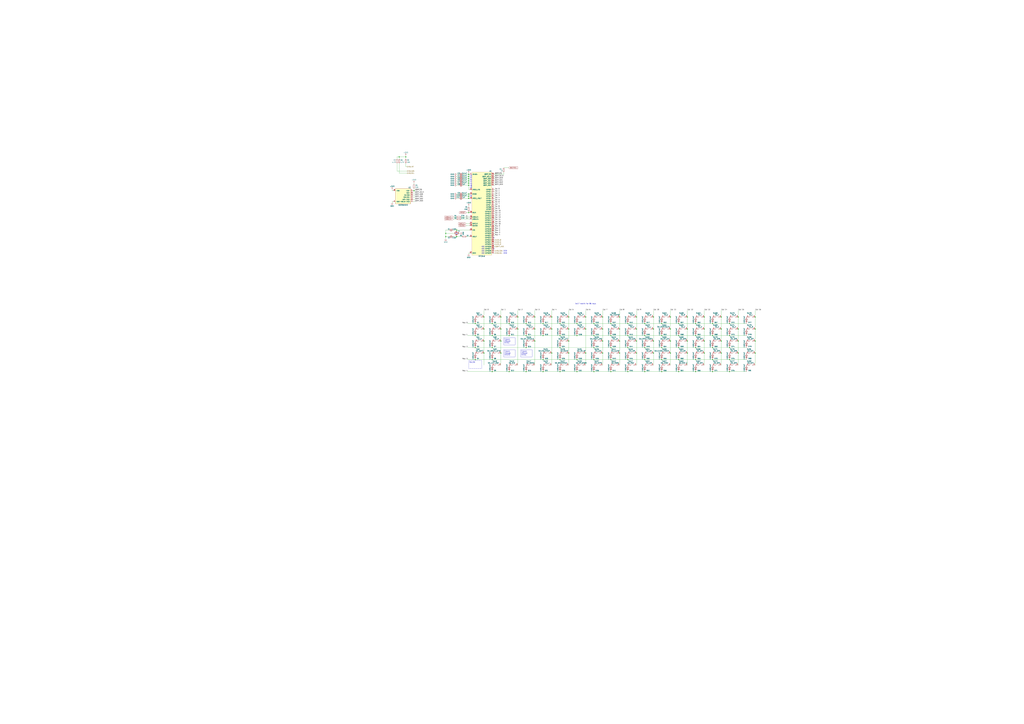
<source format=kicad_sch>
(kicad_sch (version 20230121) (generator eeschema)
  (paper "A0")
  (junction (at 669.925 389.89))
  (junction (at 847.09 431.8))
  (junction (at 544.195 207.645) (diameter 1.016))
  (junction (at 669.925 431.8))
  (junction (at 778.51 382.27))
  (junction (at 739.14 410.21))
  (junction (at 847.09 403.86))
  (junction (at 544.195 230.505) (diameter 1.016))
  (junction (at 544.195 227.965) (diameter 1.016))
  (junction (at 827.405 431.8))
  (junction (at 650.24 375.92))
  (junction (at 728.98 417.83))
  (junction (at 798.195 410.21))
  (junction (at 837.565 410.21))
  (junction (at 689.61 431.8))
  (junction (at 650.24 389.89))
  (junction (at 630.555 389.89))
  (junction (at 768.35 417.83))
  (junction (at 758.825 410.21))
  (junction (at 719.455 382.27))
  (junction (at 827.405 417.83))
  (junction (at 660.4 368.3))
  (junction (at 640.715 410.21))
  (junction (at 807.72 389.89))
  (junction (at 680.085 382.27))
  (junction (at 544.195 247.015))
  (junction (at 530.225 274.955) (diameter 1.016))
  (junction (at 463.55 182.245))
  (junction (at 788.035 431.8))
  (junction (at 561.975 410.21))
  (junction (at 778.51 368.3))
  (junction (at 739.14 368.3))
  (junction (at 471.17 182.245))
  (junction (at 551.815 389.89))
  (junction (at 544.195 205.105) (diameter 1.016))
  (junction (at 847.09 417.83))
  (junction (at 530.225 267.335) (diameter 1.016))
  (junction (at 610.87 403.86))
  (junction (at 517.525 271.145))
  (junction (at 571.5 417.83))
  (junction (at 551.815 417.83))
  (junction (at 876.935 396.24))
  (junction (at 630.555 431.8))
  (junction (at 847.09 389.89))
  (junction (at 680.085 410.21))
  (junction (at 610.87 389.89))
  (junction (at 807.72 403.86))
  (junction (at 709.295 431.8))
  (junction (at 798.195 396.24))
  (junction (at 827.405 389.89))
  (junction (at 709.295 417.83))
  (junction (at 817.88 396.24))
  (junction (at 758.825 382.27))
  (junction (at 739.14 396.24))
  (junction (at 544.195 212.725) (diameter 1.016))
  (junction (at 768.35 389.89))
  (junction (at 876.935 410.21))
  (junction (at 544.195 210.185) (diameter 1.016))
  (junction (at 610.87 431.8))
  (junction (at 807.72 431.8))
  (junction (at 621.03 396.24))
  (junction (at 788.035 417.83))
  (junction (at 669.925 417.83))
  (junction (at 621.03 382.27))
  (junction (at 778.51 396.24))
  (junction (at 798.195 368.3))
  (junction (at 610.87 375.92))
  (junction (at 837.565 368.3))
  (junction (at 601.345 368.3))
  (junction (at 837.565 382.27))
  (junction (at 517.525 274.955))
  (junction (at 788.035 375.92))
  (junction (at 788.035 389.89))
  (junction (at 571.5 389.89))
  (junction (at 660.4 382.27))
  (junction (at 699.77 396.24))
  (junction (at 561.975 382.27))
  (junction (at 601.345 382.27))
  (junction (at 817.88 368.3))
  (junction (at 857.25 368.3))
  (junction (at 709.295 389.89))
  (junction (at 591.185 375.92))
  (junction (at 571.5 403.86))
  (junction (at 544.195 202.565) (diameter 1.016))
  (junction (at 650.24 403.86))
  (junction (at 561.975 368.3))
  (junction (at 748.665 417.83))
  (junction (at 669.925 375.92))
  (junction (at 847.09 375.92))
  (junction (at 758.825 396.24))
  (junction (at 857.25 410.21))
  (junction (at 689.61 417.83))
  (junction (at 660.4 396.24))
  (junction (at 768.35 431.8))
  (junction (at 680.085 368.3))
  (junction (at 837.565 396.24))
  (junction (at 857.25 382.27))
  (junction (at 758.825 368.3))
  (junction (at 728.98 403.86))
  (junction (at 748.665 431.8))
  (junction (at 630.555 375.92))
  (junction (at 807.72 375.92))
  (junction (at 621.03 368.3))
  (junction (at 827.405 403.86))
  (junction (at 719.455 410.21))
  (junction (at 876.935 368.3))
  (junction (at 660.4 410.21))
  (junction (at 827.405 375.92))
  (junction (at 709.295 403.86))
  (junction (at 480.695 221.615) (diameter 1.016))
  (junction (at 650.24 431.8))
  (junction (at 581.66 382.27))
  (junction (at 778.51 410.21))
  (junction (at 739.14 382.27))
  (junction (at 571.5 375.92))
  (junction (at 571.5 431.8))
  (junction (at 544.195 215.265) (diameter 1.016))
  (junction (at 650.24 417.83))
  (junction (at 768.35 375.92))
  (junction (at 581.66 396.24))
  (junction (at 748.665 403.86))
  (junction (at 876.935 382.27))
  (junction (at 817.88 382.27))
  (junction (at 699.77 368.3))
  (junction (at 630.555 417.83))
  (junction (at 728.98 389.89))
  (junction (at 817.88 410.21))
  (junction (at 748.665 375.92))
  (junction (at 581.66 368.3))
  (junction (at 551.815 403.86))
  (junction (at 798.195 382.27))
  (junction (at 728.98 431.8))
  (junction (at 689.61 403.86))
  (junction (at 640.715 368.3))
  (junction (at 748.665 389.89))
  (junction (at 699.77 382.27))
  (junction (at 689.61 389.89))
  (junction (at 728.98 375.92))
  (junction (at 689.61 375.92))
  (junction (at 709.295 375.92))
  (junction (at 768.35 403.86))
  (junction (at 807.72 417.83))
  (junction (at 591.185 389.89))
  (junction (at 581.66 410.21))
  (junction (at 857.25 396.24))
  (junction (at 719.455 396.24))
  (junction (at 544.195 225.425) (diameter 1.016))
  (junction (at 551.815 375.92))
  (junction (at 640.715 382.27))
  (junction (at 788.035 403.86))
  (junction (at 719.455 368.3))
  (junction (at 699.77 410.21))
  (junction (at 591.185 431.8))
  (junction (at 561.975 396.24))
  (no_connect (at 573.405 288.925))
  (no_connect (at 573.405 276.225))
  (wire (pts (xy 660.4 396.24) (xy 660.4 410.21)))
  (wire (pts (xy 574.675 258.445) (xy 573.405 258.445)))
  (wire (pts (xy 876.935 410.21) (xy 876.935 424.18)))
  (wire (pts (xy 758.825 382.27) (xy 758.825 396.24)))
  (wire (pts (xy 739.14 368.3) (xy 739.14 382.27)))
  (wire (pts (xy 571.5 375.92) (xy 591.185 375.92)))
  (wire (pts (xy 530.225 205.105) (xy 532.765 205.105)))
  (wire (pts (xy 699.77 410.21) (xy 699.77 424.18)))
  (wire (pts (xy 650.24 431.8) (xy 669.925 431.8)))
  (wire (pts (xy 680.085 368.3) (xy 680.085 382.27)))
  (wire (pts (xy 798.195 368.3) (xy 798.195 382.27)))
  (wire (pts (xy 573.405 291.465) (xy 574.675 291.465)))
  (wire (pts (xy 573.405 294.005) (xy 574.675 294.005)))
  (wire (pts (xy 798.195 410.21) (xy 798.195 424.18)))
  (wire (pts (xy 728.98 431.8) (xy 748.665 431.8)))
  (wire (pts (xy 689.61 375.92) (xy 709.295 375.92)))
  (wire (pts (xy 778.51 382.27) (xy 778.51 396.24)))
  (wire (pts (xy 517.525 274.955) (xy 517.525 277.495)))
  (wire (pts (xy 709.295 417.83) (xy 728.98 417.83)))
  (wire (pts (xy 544.195 247.015) (xy 545.465 247.015)))
  (wire (pts (xy 807.72 389.89) (xy 827.405 389.89)))
  (wire (pts (xy 876.935 360.68) (xy 876.935 368.3)))
  (wire (pts (xy 574.675 215.265) (xy 573.405 215.265)))
  (wire (pts (xy 591.185 389.89) (xy 610.87 389.89)))
  (wire (pts (xy 621.03 396.24) (xy 621.03 424.18)))
  (wire (pts (xy 601.345 360.68) (xy 601.345 368.3)))
  (wire (pts (xy 573.405 240.665) (xy 574.675 240.665)))
  (wire (pts (xy 817.88 410.21) (xy 817.88 424.18)))
  (wire (pts (xy 517.525 271.145) (xy 517.525 274.955)))
  (wire (pts (xy 517.525 267.335) (xy 521.335 267.335)))
  (wire (pts (xy 788.035 389.89) (xy 807.72 389.89)))
  (wire (pts (xy 847.09 417.83) (xy 866.775 417.83)))
  (wire (pts (xy 573.405 202.565) (xy 584.835 202.565)))
  (wire (pts (xy 847.09 389.89) (xy 866.775 389.89)))
  (wire (pts (xy 827.405 431.8) (xy 847.09 431.8)))
  (wire (pts (xy 544.195 230.505) (xy 545.465 230.505)))
  (wire (pts (xy 461.01 184.785) (xy 461.01 182.245)))
  (wire (pts (xy 574.675 210.185) (xy 573.405 210.185)))
  (wire (pts (xy 689.61 431.8) (xy 709.295 431.8)))
  (wire (pts (xy 544.195 215.265) (xy 544.195 220.345)))
  (wire (pts (xy 541.02 259.715) (xy 545.465 259.715)))
  (wire (pts (xy 709.295 389.89) (xy 728.98 389.89)))
  (wire (pts (xy 857.25 396.24) (xy 857.25 410.21)))
  (wire (pts (xy 837.565 410.21) (xy 837.565 424.18)))
  (wire (pts (xy 573.405 227.965) (xy 574.675 227.965)))
  (wire (pts (xy 463.55 201.295) (xy 472.44 201.295)))
  (wire (pts (xy 573.405 238.125) (xy 574.675 238.125)))
  (wire (pts (xy 461.01 189.865) (xy 461.01 198.755)))
  (wire (pts (xy 463.55 189.865) (xy 463.55 201.295)))
  (wire (pts (xy 699.77 360.68) (xy 699.77 368.3)))
  (wire (pts (xy 680.085 382.27) (xy 680.085 410.21)))
  (wire (pts (xy 788.035 431.8) (xy 807.72 431.8)))
  (wire (pts (xy 758.825 396.24) (xy 758.825 410.21)))
  (wire (pts (xy 650.24 375.92) (xy 669.925 375.92)))
  (wire (pts (xy 827.405 403.86) (xy 847.09 403.86)))
  (wire (pts (xy 630.555 389.89) (xy 650.24 389.89)))
  (wire (pts (xy 748.665 431.8) (xy 768.35 431.8)))
  (wire (pts (xy 480.695 212.725) (xy 480.695 213.995)))
  (wire (pts (xy 545.465 220.345) (xy 544.195 220.345)))
  (wire (pts (xy 571.5 389.89) (xy 591.185 389.89)))
  (wire (pts (xy 573.405 248.285) (xy 574.675 248.285)))
  (wire (pts (xy 573.405 286.385) (xy 574.675 286.385)))
  (wire (pts (xy 699.77 382.27) (xy 699.77 396.24)))
  (wire (pts (xy 544.195 205.105) (xy 544.195 207.645)))
  (wire (pts (xy 590.55 194.945) (xy 584.835 194.945)))
  (wire (pts (xy 573.405 233.045) (xy 574.675 233.045)))
  (wire (pts (xy 530.225 212.725) (xy 532.765 212.725)))
  (wire (pts (xy 463.55 182.245) (xy 463.55 184.785)))
  (wire (pts (xy 544.195 225.425) (xy 545.465 225.425)))
  (wire (pts (xy 471.17 193.675) (xy 472.44 193.675)))
  (wire (pts (xy 541.655 274.955) (xy 545.465 274.955)))
  (wire (pts (xy 517.525 267.335) (xy 517.525 271.145)))
  (wire (pts (xy 581.66 382.27) (xy 581.66 396.24)))
  (wire (pts (xy 481.965 221.615) (xy 480.695 221.615)))
  (wire (pts (xy 573.405 225.425) (xy 574.675 225.425)))
  (wire (pts (xy 527.685 271.145) (xy 517.525 271.145)))
  (wire (pts (xy 610.87 389.89) (xy 630.555 389.89)))
  (wire (pts (xy 788.035 375.92) (xy 807.72 375.92)))
  (wire (pts (xy 471.17 189.865) (xy 471.17 193.675)))
  (wire (pts (xy 719.455 360.68) (xy 719.455 368.3)))
  (wire (pts (xy 669.925 417.83) (xy 689.61 417.83)))
  (wire (pts (xy 669.925 389.89) (xy 689.61 389.89)))
  (wire (pts (xy 798.195 396.24) (xy 798.195 410.21)))
  (wire (pts (xy 660.4 410.21) (xy 660.4 424.18)))
  (wire (pts (xy 530.225 207.645) (xy 532.765 207.645)))
  (wire (pts (xy 551.815 417.83) (xy 571.5 417.83)))
  (wire (pts (xy 480.695 221.615) (xy 480.695 219.075)))
  (wire (pts (xy 610.87 431.8) (xy 630.555 431.8)))
  (wire (pts (xy 837.565 360.68) (xy 837.565 368.3)))
  (wire (pts (xy 541.655 247.015) (xy 544.195 247.015)))
  (wire (pts (xy 573.405 220.345) (xy 574.675 220.345)))
  (wire (pts (xy 571.5 431.8) (xy 591.185 431.8)))
  (wire (pts (xy 551.815 403.86) (xy 571.5 403.86)))
  (wire (pts (xy 526.415 267.335) (xy 530.225 267.335)))
  (wire (pts (xy 530.225 210.185) (xy 532.765 210.185)))
  (wire (pts (xy 455.295 221.615) (xy 455.295 220.345)))
  (wire (pts (xy 517.525 274.955) (xy 521.335 274.955)))
  (wire (pts (xy 847.09 403.86) (xy 866.775 403.86)))
  (wire (pts (xy 709.295 375.92) (xy 728.98 375.92)))
  (wire (pts (xy 551.815 375.92) (xy 571.5 375.92)))
  (wire (pts (xy 680.085 360.68) (xy 680.085 368.3)))
  (wire (pts (xy 571.5 417.83) (xy 630.555 417.83)))
  (wire (pts (xy 728.98 375.92) (xy 748.665 375.92)))
  (wire (pts (xy 640.715 410.21) (xy 640.715 424.18)))
  (wire (pts (xy 573.405 255.905) (xy 574.675 255.905)))
  (wire (pts (xy 857.25 382.27) (xy 857.25 396.24)))
  (wire (pts (xy 530.225 230.505) (xy 532.765 230.505)))
  (wire (pts (xy 544.195 202.565) (xy 545.465 202.565)))
  (wire (pts (xy 778.51 360.68) (xy 778.51 368.3)))
  (wire (pts (xy 807.72 403.86) (xy 827.405 403.86)))
  (wire (pts (xy 537.845 205.105) (xy 544.195 205.105)))
  (wire (pts (xy 463.55 182.245) (xy 471.17 182.245)))
  (wire (pts (xy 537.845 212.725) (xy 544.195 212.725)))
  (wire (pts (xy 709.295 431.8) (xy 728.98 431.8)))
  (wire (pts (xy 719.455 368.3) (xy 719.455 382.27)))
  (wire (pts (xy 680.085 410.21) (xy 680.085 424.18)))
  (wire (pts (xy 768.35 417.83) (xy 788.035 417.83)))
  (wire (pts (xy 461.01 182.245) (xy 463.55 182.245)))
  (wire (pts (xy 817.88 368.3) (xy 817.88 382.27)))
  (wire (pts (xy 571.5 403.86) (xy 610.87 403.86)))
  (wire (pts (xy 837.565 396.24) (xy 837.565 410.21)))
  (wire (pts (xy 689.61 403.86) (xy 709.295 403.86)))
  (wire (pts (xy 542.925 417.83) (xy 551.815 417.83)))
  (wire (pts (xy 479.425 231.775) (xy 481.965 231.775)))
  (wire (pts (xy 807.72 375.92) (xy 827.405 375.92)))
  (wire (pts (xy 456.565 234.315) (xy 455.295 234.315)))
  (wire (pts (xy 530.225 274.955) (xy 536.575 274.955)))
  (wire (pts (xy 544.195 239.395) (xy 544.195 240.665)))
  (wire (pts (xy 788.035 403.86) (xy 807.72 403.86)))
  (wire (pts (xy 837.565 382.27) (xy 837.565 396.24)))
  (wire (pts (xy 574.675 212.725) (xy 573.405 212.725)))
  (wire (pts (xy 798.195 382.27) (xy 798.195 396.24)))
  (wire (pts (xy 640.715 382.27) (xy 640.715 410.21)))
  (wire (pts (xy 551.815 389.89) (xy 571.5 389.89)))
  (wire (pts (xy 739.14 382.27) (xy 739.14 396.24)))
  (wire (pts (xy 573.405 263.525) (xy 574.675 263.525)))
  (wire (pts (xy 537.845 215.265) (xy 544.195 215.265)))
  (wire (pts (xy 542.925 403.86) (xy 551.815 403.86)))
  (wire (pts (xy 573.405 253.365) (xy 574.675 253.365)))
  (wire (pts (xy 573.405 250.825) (xy 574.675 250.825)))
  (wire (pts (xy 817.88 382.27) (xy 817.88 396.24)))
  (wire (pts (xy 535.305 254.635) (xy 545.465 254.635)))
  (wire (pts (xy 479.425 226.695) (xy 481.965 226.695)))
  (wire (pts (xy 807.72 417.83) (xy 827.405 417.83)))
  (wire (pts (xy 532.765 271.145) (xy 534.035 271.145)))
  (wire (pts (xy 573.405 283.845) (xy 574.675 283.845)))
  (wire (pts (xy 581.66 396.24) (xy 581.66 410.21)))
  (wire (pts (xy 748.665 389.89) (xy 768.35 389.89)))
  (wire (pts (xy 748.665 417.83) (xy 768.35 417.83)))
  (wire (pts (xy 574.675 205.105) (xy 573.405 205.105)))
  (wire (pts (xy 530.225 267.335) (xy 545.465 267.335)))
  (wire (pts (xy 827.405 375.92) (xy 847.09 375.92)))
  (wire (pts (xy 640.715 360.68) (xy 640.715 368.3)))
  (wire (pts (xy 542.925 375.92) (xy 551.815 375.92)))
  (wire (pts (xy 541.02 262.255) (xy 545.465 262.255)))
  (wire (pts (xy 561.975 396.24) (xy 561.975 410.21)))
  (wire (pts (xy 544.195 201.295) (xy 544.195 202.565)))
  (wire (pts (xy 537.845 207.645) (xy 544.195 207.645)))
  (wire (pts (xy 650.24 403.86) (xy 689.61 403.86)))
  (wire (pts (xy 758.825 410.21) (xy 758.825 424.18)))
  (wire (pts (xy 630.555 431.8) (xy 650.24 431.8)))
  (wire (pts (xy 530.225 267.335) (xy 530.225 268.605)))
  (wire (pts (xy 876.935 382.27) (xy 876.935 396.24)))
  (wire (pts (xy 719.455 396.24) (xy 719.455 410.21)))
  (wire (pts (xy 544.195 230.505) (xy 544.195 227.965)))
  (wire (pts (xy 728.98 417.83) (xy 748.665 417.83)))
  (wire (pts (xy 573.405 245.745) (xy 574.675 245.745)))
  (wire (pts (xy 748.665 375.92) (xy 768.35 375.92)))
  (wire (pts (xy 544.195 227.965) (xy 544.195 225.425)))
  (wire (pts (xy 610.87 375.92) (xy 630.555 375.92)))
  (wire (pts (xy 561.975 382.27) (xy 561.975 396.24)))
  (wire (pts (xy 719.455 410.21) (xy 719.455 424.18)))
  (wire (pts (xy 574.675 207.645) (xy 573.405 207.645)))
  (wire (pts (xy 650.24 417.83) (xy 669.925 417.83)))
  (wire (pts (xy 847.09 375.92) (xy 866.775 375.92)))
  (wire (pts (xy 573.405 222.885) (xy 574.675 222.885)))
  (wire (pts (xy 591.185 375.92) (xy 610.87 375.92)))
  (wire (pts (xy 669.925 375.92) (xy 689.61 375.92)))
  (wire (pts (xy 788.035 417.83) (xy 807.72 417.83)))
  (wire (pts (xy 699.77 368.3) (xy 699.77 382.27)))
  (wire (pts (xy 544.195 294.005) (xy 544.195 295.275)))
  (wire (pts (xy 739.14 396.24) (xy 739.14 410.21)))
  (wire (pts (xy 778.51 368.3) (xy 778.51 382.27)))
  (wire (pts (xy 768.35 431.8) (xy 788.035 431.8)))
  (wire (pts (xy 650.24 389.89) (xy 669.925 389.89)))
  (wire (pts (xy 581.66 360.68) (xy 581.66 368.3)))
  (wire (pts (xy 709.295 403.86) (xy 728.98 403.86)))
  (wire (pts (xy 530.225 202.565) (xy 532.765 202.565)))
  (wire (pts (xy 530.225 273.685) (xy 530.225 274.955)))
  (wire (pts (xy 561.975 368.3) (xy 561.975 382.27)))
  (wire (pts (xy 630.555 375.92) (xy 650.24 375.92)))
  (wire (pts (xy 630.555 417.83) (xy 650.24 417.83)))
  (wire (pts (xy 876.935 368.3) (xy 876.935 382.27)))
  (wire (pts (xy 479.425 229.235) (xy 481.965 229.235)))
  (wire (pts (xy 817.88 360.68) (xy 817.88 368.3)))
  (wire (pts (xy 689.61 389.89) (xy 709.295 389.89)))
  (wire (pts (xy 581.66 368.3) (xy 581.66 382.27)))
  (wire (pts (xy 471.17 182.245) (xy 471.17 184.785)))
  (wire (pts (xy 479.425 224.155) (xy 481.965 224.155)))
  (wire (pts (xy 584.835 202.565) (xy 584.835 200.025)))
  (wire (pts (xy 621.03 382.27) (xy 621.03 396.24)))
  (wire (pts (xy 857.25 360.68) (xy 857.25 368.3)))
  (wire (pts (xy 827.405 389.89) (xy 847.09 389.89)))
  (wire (pts (xy 573.405 266.065) (xy 574.675 266.065)))
  (wire (pts (xy 573.405 230.505) (xy 574.675 230.505)))
  (wire (pts (xy 530.225 227.965) (xy 532.765 227.965)))
  (wire (pts (xy 537.845 202.565) (xy 544.195 202.565)))
  (wire (pts (xy 526.415 254.635) (xy 530.225 254.635)))
  (wire (pts (xy 471.17 180.975) (xy 471.17 182.245)))
  (wire (pts (xy 479.425 221.615) (xy 480.695 221.615)))
  (wire (pts (xy 581.66 410.21) (xy 581.66 424.18)))
  (wire (pts (xy 758.825 368.3) (xy 758.825 382.27)))
  (wire (pts (xy 758.825 360.68) (xy 758.825 368.3)))
  (wire (pts (xy 573.405 271.145) (xy 574.675 271.145)))
  (wire (pts (xy 768.35 375.92) (xy 788.035 375.92)))
  (wire (pts (xy 778.51 396.24) (xy 778.51 410.21)))
  (wire (pts (xy 610.87 403.86) (xy 650.24 403.86)))
  (wire (pts (xy 728.98 403.86) (xy 748.665 403.86)))
  (wire (pts (xy 526.415 274.955) (xy 530.225 274.955)))
  (wire (pts (xy 544.195 202.565) (xy 544.195 205.105)))
  (wire (pts (xy 537.845 227.965) (xy 544.195 227.965)))
  (wire (pts (xy 544.195 210.185) (xy 544.195 212.725)))
  (wire (pts (xy 601.345 382.27) (xy 601.345 424.18)))
  (wire (pts (xy 573.405 281.305) (xy 574.675 281.305)))
  (wire (pts (xy 479.425 234.315) (xy 481.965 234.315)))
  (wire (pts (xy 748.665 403.86) (xy 768.35 403.86)))
  (wire (pts (xy 621.03 360.68) (xy 621.03 368.3)))
  (wire (pts (xy 699.77 396.24) (xy 699.77 410.21)))
  (wire (pts (xy 544.195 247.015) (xy 544.195 245.745)))
  (wire (pts (xy 837.565 368.3) (xy 837.565 382.27)))
  (wire (pts (xy 739.14 360.68) (xy 739.14 368.3)))
  (wire (pts (xy 847.09 431.8) (xy 866.775 431.8)))
  (wire (pts (xy 857.25 410.21) (xy 857.25 424.18)))
  (wire (pts (xy 728.98 389.89) (xy 748.665 389.89)))
  (wire (pts (xy 660.4 382.27) (xy 660.4 396.24)))
  (wire (pts (xy 535.305 252.095) (xy 545.465 252.095)))
  (wire (pts (xy 798.195 360.68) (xy 798.195 368.3)))
  (wire (pts (xy 768.35 389.89) (xy 788.035 389.89)))
  (wire (pts (xy 573.405 268.605) (xy 574.675 268.605)))
  (wire (pts (xy 591.185 431.8) (xy 610.87 431.8)))
  (wire (pts (xy 660.4 360.68) (xy 660.4 368.3)))
  (wire (pts (xy 537.845 230.505) (xy 544.195 230.505)))
  (wire (pts (xy 542.925 431.8) (xy 571.5 431.8)))
  (wire (pts (xy 660.4 368.3) (xy 660.4 382.27)))
  (wire (pts (xy 573.405 235.585) (xy 574.675 235.585)))
  (wire (pts (xy 573.405 260.985) (xy 574.675 260.985)))
  (wire (pts (xy 455.295 234.315) (xy 455.295 235.585)))
  (wire (pts (xy 719.455 382.27) (xy 719.455 396.24)))
  (wire (pts (xy 545.465 294.005) (xy 544.195 294.005)))
  (wire (pts (xy 573.405 278.765) (xy 574.675 278.765)))
  (wire (pts (xy 621.03 368.3) (xy 621.03 382.27)))
  (wire (pts (xy 537.845 225.425) (xy 544.195 225.425)))
  (wire (pts (xy 739.14 410.21) (xy 739.14 424.18)))
  (wire (pts (xy 876.935 396.24) (xy 876.935 410.21)))
  (wire (pts (xy 827.405 417.83) (xy 847.09 417.83)))
  (wire (pts (xy 640.715 368.3) (xy 640.715 382.27)))
  (wire (pts (xy 807.72 431.8) (xy 827.405 431.8)))
  (wire (pts (xy 561.975 360.68) (xy 561.975 368.3)))
  (wire (pts (xy 561.975 410.21) (xy 561.975 424.18)))
  (wire (pts (xy 573.405 243.205) (xy 574.675 243.205)))
  (wire (pts (xy 544.195 212.725) (xy 544.195 215.265)))
  (wire (pts (xy 601.345 368.3) (xy 601.345 382.27)))
  (wire (pts (xy 669.925 431.8) (xy 689.61 431.8)))
  (wire (pts (xy 542.925 389.89) (xy 551.815 389.89)))
  (wire (pts (xy 530.225 215.265) (xy 532.765 215.265)))
  (wire (pts (xy 857.25 368.3) (xy 857.25 382.27)))
  (wire (pts (xy 461.01 198.755) (xy 472.44 198.755)))
  (wire (pts (xy 768.35 403.86) (xy 788.035 403.86)))
  (wire (pts (xy 778.51 410.21) (xy 778.51 424.18)))
  (wire (pts (xy 817.88 396.24) (xy 817.88 410.21)))
  (wire (pts (xy 573.405 273.685) (xy 574.675 273.685)))
  (wire (pts (xy 689.61 417.83) (xy 709.295 417.83)))
  (wire (pts (xy 537.845 210.185) (xy 544.195 210.185)))
  (wire (pts (xy 530.225 225.425) (xy 532.765 225.425)))
  (wire (pts (xy 526.415 252.095) (xy 530.225 252.095)))
  (wire (pts (xy 456.565 221.615) (xy 455.295 221.615)))
  (wire (pts (xy 544.195 207.645) (xy 544.195 210.185)))
  (text_box "Future (mouse click?)" (at 584.835 406.4 0) (size 13.335 8.255) (effects (font (size 1.27 1.27)) (justify left top)))
  (text_box "SW_ON\n" (at 544.195 419.1 0) (size 15.24 8.89) (stroke (width 0) (type dash)) (effects (font (size 1.27 1.27)) (justify left top)))
  (text_box "Future (Mouse Click)" (at 604.52 406.4 0) (size 13.335 8.255) (effects (font (size 1.27 1.27)) (justify left top)))
  (text_box "Future (Mouse Click)" (at 584.835 392.43 0) (size 13.335 8.255) (effects (font (size 1.27 1.27)) (justify left top)))
  (text "22" (at 548.005 207.391 0) (effects (font (size 1.27 1.27)) (justify right bottom)))
  (text "49" (at 548.005 218.694 0) (effects (font (size 1.27 1.27)) (justify right bottom)))
  (text "ADC" (at 559.054 289.941 0) (effects (font (size 1.27 1.27)) (justify left bottom)))
  (text "ADC" (at 559.054 292.481 0) (effects (font (size 1.27 1.27)) (justify left bottom)))
  (text "50" (at 548.005 228.6 0) (effects (font (size 1.27 1.27)) (justify right bottom)))
  (text "ADC" (at 559.054 295.021 0) (effects (font (size 1.27 1.27)) (justify left bottom)))
  (text "33" (at 548.005 209.931 0) (effects (font (size 1.27 1.27)) (justify right bottom)))
  (text "42" (at 548.005 212.09 0) (effects (font (size 1.27 1.27)) (justify right bottom)))
  (text "I2C0\n" (at 584.2254 294.9702 0) (effects (font (size 1.27 1.27)) (justify left bottom)))
  (text "12MHz" (at 531.495 271.78 0) (effects (font (size 0.508 0.508)) (justify right bottom)))
  (text "ADC" (at 559.054 287.401 0) (effects (font (size 1.27 1.27)) (justify left bottom)))
  (text "48" (at 548.005 216.535 0) (effects (font (size 1.27 1.27)) (justify right bottom)))
  (text "43" (at 548.005 214.376 0) (effects (font (size 1.27 1.27)) (justify right bottom)))
  (text "10" (at 548.005 205.232 0) (effects (font (size 1.27 1.27)) (justify right bottom)))
  (text "I2C0\n" (at 584.1746 292.4302 0) (effects (font (size 1.27 1.27)) (justify left bottom)))
  (text "5x17 matrix for 85 keys" (at 668.02 353.695 0) (effects (font (size 1.27 1.27)) (justify left bottom)))
  (label "Col 6" (at 680.085 360.68 0))
  (label "Col 16" (at 876.935 360.68 0))
  (label "Col 10" (at 758.825 360.68 0))
  (label "Row 0" (at 542.925 375.92 180))
  (label "Col 12" (at 798.195 360.68 0))
  (label "Col 12" (at 574.675 250.825 0))
  (label "Row 0" (at 574.675 263.525 0))
  (label "Col 14" (at 574.675 255.905 0))
  (label "Col 3" (at 574.675 227.965 0))
  (label "QSPI_SCLK" (at 574.675 205.105 0))
  (label "Col 14" (at 837.565 360.68 0))
  (label "Col 16" (at 574.675 260.985 0))
  (label "~{QSPI_CS}" (at 574.675 202.565 0))
  (label "Col 9" (at 574.675 243.205 0))
  (label "Col 1" (at 581.66 360.68 0))
  (label "~{QSPI_CS}" (at 481.965 221.615 0))
  (label "Col 15" (at 574.675 258.445 0))
  (label "Row 1" (at 542.925 389.89 180))
  (label "Col 2" (at 574.675 225.425 0))
  (label "QSPI_SD1" (at 481.965 229.235 0))
  (label "Row 4" (at 574.675 273.685 0))
  (label "Col 13" (at 574.675 253.365 0))
  (label "QSPI_SD2" (at 481.965 231.775 0))
  (label "QSPI_SD1" (at 574.675 210.185 0))
  (label "Col 1" (at 574.675 222.885 0))
  (label "Row 4" (at 542.925 431.8 180))
  (label "QSPI_SD0" (at 574.675 207.645 0))
  (label "Col 9" (at 739.14 360.68 0))
  (label "Col 4" (at 574.675 230.505 0))
  (label "Col 7" (at 699.77 360.68 0))
  (label "Col 7" (at 574.675 238.125 0))
  (label "D-" (at 544.195 252.095 180))
  (label "Col 8" (at 719.455 360.68 0))
  (label "Row 3" (at 542.925 417.83 180))
  (label "Row 3" (at 574.675 271.145 0))
  (label "Col 0" (at 561.975 360.68 0))
  (label "QSPI_SD0" (at 481.965 226.695 0))
  (label "Col 3" (at 621.03 360.68 0))
  (label "Col 13" (at 817.88 360.68 0))
  (label "Col 4" (at 640.715 360.68 0))
  (label "QSPI_SD2" (at 574.675 212.725 0))
  (label "QSPI_SD3" (at 481.965 234.315 0))
  (label "Col 5" (at 574.675 233.045 0))
  (label "Col 2" (at 601.345 360.68 0))
  (label "Col 11" (at 778.51 360.68 0))
  (label "Col 15" (at 857.25 360.68 0))
  (label "Col 5" (at 660.4 360.68 0))
  (label "Row 1" (at 574.675 266.065 0))
  (label "Row 2" (at 574.675 268.605 0))
  (label "Col 10" (at 574.675 245.745 0))
  (label "Col 6" (at 574.675 235.585 0))
  (label "Col 8" (at 574.675 240.665 0))
  (label "Col 0" (at 574.675 220.345 0))
  (label "Row 2" (at 542.925 403.86 180))
  (label "QSPI_SD3" (at 574.675 215.265 0))
  (label "Col 11" (at 574.675 248.285 0))
  (label "D+" (at 544.195 254.635 180))
  (label "QSPI_SCLK" (at 481.965 224.155 0))
  (global_label "SWCLK" (shape input) (at 541.02 259.715 180) (property "Intersheetrefs" "${INTERSHEET_REFS}" (effects hide)))
  (global_label "~{RESET}" (shape input) (at 541.655 247.015 180) (property "Intersheetrefs" "${INTERSHEET_REFS}" (effects hide)))
  (global_label "USB_D+" (shape input) (at 526.415 254.635 180) (property "Intersheetrefs" "${INTERSHEET_REFS}" (effects hide)))
  (global_label "BOOTSEL" (shape input) (at 590.55 194.945 0) (property "Intersheetrefs" "${INTERSHEET_REFS}" (effects hide)))
  (global_label "USB_D-" (shape input) (at 526.415 252.095 180) (property "Intersheetrefs" "${INTERSHEET_REFS}" (effects hide)))
  (global_label "SWDIO" (shape input) (at 541.02 262.255 180) (property "Intersheetrefs" "${INTERSHEET_REFS}" (effects hide)))
  (hierarchical_label "LED_G" (shape input) (at 574.675 281.305 0))
  (hierarchical_label "LED_B" (shape input) (at 574.675 278.765 0))
  (hierarchical_label "KB_INT" (shape input) (at 472.44 193.675 0))
  (hierarchical_label "BATT_ADC" (shape input) (at 574.675 286.385 0))
  (hierarchical_label "KB_SDA" (shape input) (at 574.675 291.465 0))
  (hierarchical_label "KB_SCL" (shape input) (at 472.44 201.295 0))
  (hierarchical_label "LED_R" (shape input) (at 574.675 283.845 0))
  (hierarchical_label "KB_SDA" (shape input) (at 472.44 198.755 0))
  (hierarchical_label "KB_SCL" (shape input) (at 574.675 294.005 0))
  (symbol (lib_id "Switch:SW_SPST") (at 615.95 368.3 0) (unit 1)
    (property "Reference" "SW14" (at 614.045 363.855 0))
    (property "Value" "SW_F4" (at 615.95 365.76 0))
    (property "Footprint" "mod_files:Kbpad" (effects hide))
  )
  (symbol (lib_id "Switch:SW_SPST") (at 832.485 424.18 0) (unit 1)
    (property "Reference" "SW72" (at 830.58 419.735 0))
    (property "Value" "SW_NP2" (at 832.485 421.64 0))
    (property "Footprint" "mod_files:Kbpad" (effects hide))
  )
  (symbol (lib_id "power:+3.3V") (at 544.195 201.295 0) (unit 1)
    (property "Reference" "#PWR011" (effects hide))
    (property "Value" "+3.3V" (at 544.195 197.485 0))
    (instances (project "92pi" (path "" (reference "#PWR011") (unit 1))) (project "beepy" (path "" (reference "#PWR0121") (unit 1))))
  )
  (symbol (lib_id "Switch:SW_SPST") (at 773.43 410.21 0) (unit 1)
    (property "Reference" "SW56" (at 771.525 405.765 0))
    (property "Value" "SW_CLOSE_PAREN" (at 768.35 407.67 0))
    (property "Footprint" "mod_files:Kbpad" (effects hide))
  )
  (symbol (lib_id "power:+3.3V") (at 471.17 180.975 0) (unit 1)
    (property "Reference" "#PWR022" (effects hide))
    (property "Value" "+3.3V" (at 471.17 177.165 0))
    (instances (project "92pi" (path "" (reference "#PWR022") (unit 1))) (project "beepy" (path "" (reference "#PWR0122") (unit 1))))
  )
  (symbol (lib_id "power:GND") (at 530.225 210.185 270) (unit 1)
    (property "Reference" "#PWR04" (effects hide))
    (property "Value" "GND" (at 525.145 210.185 90))
    (instances (project "92pi" (path "" (reference "#PWR04") (unit 1))) (project "beepy" (path "" (reference "#PWR0118") (unit 1))))
  )
  (symbol (lib_id "Switch:SW_SPST") (at 596.265 368.3 0) (unit 1)
    (property "Reference" "SW11" (at 594.36 363.855 0))
    (property "Value" "SW_F3" (at 596.265 365.76 0))
    (property "Footprint" "mod_files:Kbpad" (effects hide))
  )
  (symbol (lib_id "Switch:SW_SPST") (at 714.375 410.21 0) (unit 1)
    (property "Reference" "SW41" (at 712.47 405.765 0))
    (property "Value" "SW_CLEAR" (at 714.375 407.67 0))
    (property "Footprint" "mod_files:Kbpad" (effects hide))
  )
  (symbol (lib_id "Device:Crystal_GND24_Small") (at 530.225 271.145 90) (unit 1)
    (property "Reference" "Y1" (at 531.495 268.605 90) (effects (justify right)))
    (property "Value" "XYDBPCNANF-12MHZ" (effects hide))
    (property "Footprint" "Crystal:Crystal_SMD_3225-4Pin_3.2x2.5mm" (effects hide))
    (property "LCSC" "C709001" (effects hide))
  )
  (symbol (lib_id "Switch:SW_SPST") (at 655.32 368.3 0) (unit 1)
    (property "Reference" "SW23" (at 653.415 363.855 0))
    (property "Value" "SW_F6" (at 655.32 365.76 0))
    (property "Footprint" "mod_files:Kbpad" (effects hide))
  )
  (symbol (lib_id "Diode:1N914WT") (at 788.035 386.08 90) (unit 1)
    (property "Reference" "D58" (at 789.94 388.62 90) (effects (justify right)))
    (property "Value" "1N914WT" (at 785.495 381 0) (effects (justify right)))
    (property "Footprint" "Diode_SMD:D_SOD-523" (effects hide))
    (property "Datasheet" "http://www.mouser.com/ds/2/149/1N4148WT-461550.pdf" (effects hide))
  )
  (symbol (lib_id "Device:C_Small") (at 523.875 267.335 270) (unit 1)
    (property "Reference" "C1" (at 522.605 266.065 90) (effects (justify right)))
    (property "Value" "12pF" (at 525.145 266.065 90) (effects (justify left)))
    (property "Footprint" "Capacitor_SMD:C_0603_1608Metric" (effects hide))
    (instances (project "92pi" (path "" (reference "C1") (unit 1))) (project "beepy" (path "" (reference "C11") (unit 1))))
  )
  (symbol (lib_id "Diode:1N914WT") (at 689.61 414.02 90) (unit 1)
    (property "Reference" "D35" (at 691.515 416.56 90) (effects (justify right)))
    (property "Value" "1N914WT" (at 687.07 408.94 0) (effects (justify right)))
    (property "Footprint" "Diode_SMD:D_SOD-523" (effects hide))
    (property "Datasheet" "http://www.mouser.com/ds/2/149/1N4148WT-461550.pdf" (effects hide))
  )
  (symbol (lib_id "Diode:1N914WT") (at 630.555 372.11 90) (unit 1)
    (property "Reference" "D17" (at 632.46 374.65 90) (effects (justify right)))
    (property "Value" "1N914WT" (at 628.015 367.03 0) (effects (justify right)))
    (property "Footprint" "Diode_SMD:D_SOD-523" (effects hide))
    (property "Datasheet" "http://www.mouser.com/ds/2/149/1N4148WT-461550.pdf" (effects hide))
  )
  (symbol (lib_id "Switch:SW_SPST") (at 556.895 396.24 0) (unit 1)
    (property "Reference" "SW4" (at 554.99 391.795 0))
    (property "Value" "SW_N" (at 556.895 393.7 0))
    (property "Footprint" "mod_files:Kbpad" (effects hide))
  )
  (symbol (lib_id "Switch:SW_SPST") (at 734.06 396.24 0) (unit 1)
    (property "Reference" "SW45" (at 732.155 391.795 0))
    (property "Value" "SW_COS" (at 734.06 393.7 0))
    (property "Footprint" "mod_files:Kbpad" (effects hide))
  )
  (symbol (lib_id "Diode:1N914WT") (at 689.61 372.11 90) (unit 1)
    (property "Reference" "D32" (at 691.515 374.65 90) (effects (justify right)))
    (property "Value" "1N914WT" (at 687.07 367.03 0) (effects (justify right)))
    (property "Footprint" "Diode_SMD:D_SOD-523" (effects hide))
    (property "Datasheet" "http://www.mouser.com/ds/2/149/1N4148WT-461550.pdf" (effects hide))
  )
  (symbol (lib_id "Diode:1N914WT") (at 610.87 386.08 90) (unit 1)
    (property "Reference" "D14" (at 612.775 388.62 90) (effects (justify right)))
    (property "Value" "1N914WT" (at 608.33 381 0) (effects (justify right)))
    (property "Footprint" "Diode_SMD:D_SOD-523" (effects hide))
    (property "Datasheet" "http://www.mouser.com/ds/2/149/1N4148WT-461550.pdf" (effects hide))
  )
  (symbol (lib_id "Switch:SW_SPST") (at 832.485 396.24 0) (unit 1)
    (property "Reference" "SW70" (at 830.58 391.795 0))
    (property "Value" "SW_NP8" (at 832.485 393.7 0))
    (property "Footprint" "mod_files:Kbpad" (effects hide))
  )
  (symbol (lib_id "Device:C_Small") (at 535.305 215.265 270) (unit 1)
    (property "Reference" "C8" (at 534.035 213.995 90) (effects (justify right)))
    (property "Value" "1uF" (at 536.575 213.995 90) (effects (justify left)))
    (property "Footprint" "Capacitor_SMD:C_0603_1608Metric" (effects hide))
    (instances (project "92pi" (path "" (reference "C8") (unit 1))) (project "beepy" (path "" (reference "C18") (unit 1))))
  )
  (symbol (lib_id "Device:R_Small") (at 463.55 187.325 0) (unit 1)
    (property "Reference" "R8" (at 464.82 186.0549 0) (effects (justify left)))
    (property "Value" "4.7K" (at 464.82 188.5949 0) (effects (justify left)))
    (property "Footprint" "Resistor_SMD:R_0603_1608Metric" (effects hide))
    (instances (project "92pi" (path "" (reference "R8") (unit 1))) (project "beepy" (path "" (reference "R25") (unit 1))))
  )
  (symbol (lib_id "power:+3.3V") (at 455.295 220.345 0) (unit 1)
    (property "Reference" "#PWR016" (effects hide))
    (property "Value" "+3.3V" (at 455.295 216.535 0))
    (instances (project "92pi" (path "" (reference "#PWR016") (unit 1))) (project "beepy" (path "" (reference "#PWR0113") (unit 1))))
  )
  (symbol (lib_id "Switch:SW_SPST") (at 832.485 368.3 0) (unit 1)
    (property "Reference" "SW68" (at 830.58 363.855 0))
    (property "Value" "SW_Y" (at 832.485 365.76 0))
    (property "Footprint" "mod_files:Kbpad" (effects hide))
  )
  (symbol (lib_id "Diode:1N914WT") (at 807.72 400.05 90) (unit 1)
    (property "Reference" "D64" (at 809.625 402.59 90) (effects (justify right)))
    (property "Value" "1N914WT" (at 805.18 394.97 0) (effects (justify right)))
    (property "Footprint" "Diode_SMD:D_SOD-523" (effects hide))
    (property "Datasheet" "http://www.mouser.com/ds/2/149/1N4148WT-461550.pdf" (effects hide))
  )
  (symbol (lib_id "Device:R_Small") (at 544.195 243.205 0) (mirror y) (unit 1)
    (property "Reference" "R4" (at 542.925 240.665 0) (effects (justify left)))
    (property "Value" "10K" (at 542.925 243.205 0) (effects (justify left)))
    (property "Footprint" "Resistor_SMD:R_0603_1608Metric" (effects hide))
    (instances (project "92pi" (path "" (reference "R4") (unit 1))) (project "beepy" (path "" (reference "R23") (unit 1))))
  )
  (symbol (lib_id "Switch:SW_SPST") (at 556.895 382.27 0) (unit 1)
    (property "Reference" "SW3" (at 554.99 377.825 0))
    (property "Value" "SW_O" (at 556.895 379.73 0))
    (property "Footprint" "mod_files:Kbpad" (effects hide))
  )
  (symbol (lib_id "Switch:SW_SPST") (at 714.375 396.24 0) (unit 1)
    (property "Reference" "SW40" (at 712.47 391.795 0))
    (property "Value" "SW_LN" (at 714.375 393.7 0))
    (property "Footprint" "mod_files:Kbpad" (effects hide))
  )
  (symbol (lib_id "Switch:SW_SPST") (at 714.375 382.27 0) (unit 1)
    (property "Reference" "SW39" (at 712.47 377.825 0))
    (property "Value" "SW_J" (at 714.375 379.73 0))
    (property "Footprint" "mod_files:Kbpad" (effects hide))
  )
  (symbol (lib_id "Switch:SW_SPST") (at 773.43 424.18 0) (unit 1)
    (property "Reference" "SW57" (at 771.525 419.735 0))
    (property "Value" "SW_CAMA" (at 771.525 421.64 0))
    (property "Footprint" "mod_files:Kbpad" (effects hide))
  )
  (symbol (lib_id "power:GND") (at 530.225 230.505 270) (unit 1)
    (property "Reference" "#PWR09" (effects hide))
    (property "Value" "GND" (at 525.145 230.505 90))
    (instances (project "92pi" (path "" (reference "#PWR09") (unit 1))) (project "beepy" (path "" (reference "#PWR0126") (unit 1))))
  )
  (symbol (lib_id "Switch:SW_SPST") (at 753.745 424.18 0) (unit 1)
    (property "Reference" "SW52" (at 751.84 419.735 0))
    (property "Value" "SW_SIN" (at 753.745 421.64 0))
    (property "Footprint" "mod_files:Kbpad" (effects hide))
  )
  (symbol (lib_id "Diode:1N914WT") (at 650.24 372.11 90) (unit 1)
    (property "Reference" "D22" (at 652.145 374.65 90) (effects (justify right)))
    (property "Value" "1N914WT" (at 647.7 367.03 0) (effects (justify right)))
    (property "Footprint" "Diode_SMD:D_SOD-523" (effects hide))
    (property "Datasheet" "http://www.mouser.com/ds/2/149/1N4148WT-461550.pdf" (effects hide))
  )
  (symbol (lib_id "Switch:SW_SPST") (at 675.005 410.21 0) (unit 1)
    (property "Reference" "SW31" (at 673.1 405.765 0))
    (property "Value" "SW_DP_UP" (at 675.005 407.67 0))
    (property "Footprint" "mod_files:Kbpad" (effects hide))
  )
  (symbol (lib_id "Device:R_Small") (at 584.835 197.485 0) (unit 1)
    (property "Reference" "R5" (at 580.009 196.5706 0) (effects (justify left)))
    (property "Value" "1K" (at 581.2282 198.5518 0) (effects (justify left)))
    (property "Footprint" "Resistor_SMD:R_0603_1608Metric" (effects hide))
    (instances (project "92pi" (path "" (reference "R5") (unit 1))) (project "beepy" (path "" (reference "R27") (unit 1))))
  )
  (symbol (lib_id "Device:C_Small") (at 535.305 212.725 270) (unit 1)
    (property "Reference" "C7" (at 534.035 211.455 90) (effects (justify right)))
    (property "Value" "0.1uF" (at 536.575 211.455 90) (effects (justify left)))
    (property "Footprint" "Capacitor_SMD:C_0603_1608Metric" (effects hide))
    (instances (project "92pi" (path "" (reference "C7") (unit 1))) (project "beepy" (path "" (reference "C17") (unit 1))))
  )
  (symbol (lib_id "Diode:1N914WT") (at 591.185 427.99 90) (unit 1)
    (property "Reference" "D12" (at 593.09 430.53 90) (effects (justify right)))
    (property "Value" "1N914WT" (at 588.645 422.91 0) (effects (justify right)))
    (property "Footprint" "Diode_SMD:D_SOD-523" (effects hide))
    (property "Datasheet" "http://www.mouser.com/ds/2/149/1N4148WT-461550.pdf" (effects hide))
  )
  (symbol (lib_id "Diode:1N914WT") (at 827.405 414.02 90) (unit 1)
    (property "Reference" "D70" (at 829.31 416.56 90) (effects (justify right)))
    (property "Value" "1N914WT" (at 824.865 408.94 0) (effects (justify right)))
    (property "Footprint" "Diode_SMD:D_SOD-523" (effects hide))
    (property "Datasheet" "http://www.mouser.com/ds/2/149/1N4148WT-461550.pdf" (effects hide))
  )
  (symbol (lib_id "Diode:1N914WT") (at 689.61 427.99 90) (unit 1)
    (property "Reference" "D36" (at 691.515 430.53 90) (effects (justify right)))
    (property "Value" "1N914WT" (at 687.07 422.91 0) (effects (justify right)))
    (property "Footprint" "Diode_SMD:D_SOD-523" (effects hide))
    (property "Datasheet" "http://www.mouser.com/ds/2/149/1N4148WT-461550.pdf" (effects hide))
  )
  (symbol (lib_id "Device:R_Small") (at 539.115 274.955 270) (unit 1)
    (property "Reference" "R3" (at 536.575 273.685 90) (effects (justify right)))
    (property "Value" "1K" (at 541.655 273.685 90) (effects (justify left)))
    (property "Footprint" "Resistor_SMD:R_0603_1608Metric" (effects hide))
    (instances (project "92pi" (path "" (reference "R3") (unit 1))) (project "beepy" (path "" (reference "R22") (unit 1))))
  )
  (symbol (lib_id "Switch:SW_SPST") (at 635.635 410.21 0) (unit 1)
    (property "Reference" "SW21" (at 633.73 405.765 0))
    (property "Value" "SW_KB_ENTER" (at 631.825 407.67 0))
    (property "Footprint" "mod_files:Kbpad" (effects hide))
  )
  (symbol (lib_id "Switch:SW_SPST") (at 635.635 424.18 0) (unit 1)
    (property "Reference" "SW22" (at 633.73 419.735 0))
    (property "Value" "SW_=" (at 635.635 421.64 0))
    (property "Footprint" "mod_files:Kbpad" (effects hide))
  )
  (symbol (lib_id "Diode:1N914WT") (at 709.295 386.08 90) (unit 1)
    (property "Reference" "D38" (at 711.2 388.62 90) (effects (justify right)))
    (property "Value" "1N914WT" (at 706.755 381 0) (effects (justify right)))
    (property "Footprint" "Diode_SMD:D_SOD-523" (effects hide))
    (property "Datasheet" "http://www.mouser.com/ds/2/149/1N4148WT-461550.pdf" (effects hide))
  )
  (symbol (lib_id "Diode:1N914WT") (at 669.925 372.11 90) (unit 1)
    (property "Reference" "D27" (at 671.83 374.65 90) (effects (justify right)))
    (property "Value" "1N914WT" (at 667.385 367.03 0) (effects (justify right)))
    (property "Footprint" "Diode_SMD:D_SOD-523" (effects hide))
    (property "Datasheet" "http://www.mouser.com/ds/2/149/1N4148WT-461550.pdf" (effects hide))
  )
  (symbol (lib_id "Switch:SW_SPST") (at 812.8 382.27 0) (unit 1)
    (property "Reference" "SW64" (at 810.895 377.825 0))
    (property "Value" "SW_X" (at 812.8 379.73 0))
    (property "Footprint" "mod_files:Kbpad" (effects hide))
  )
  (symbol (lib_id "Switch:SW_SPST") (at 793.115 410.21 0) (unit 1)
    (property "Reference" "SW61" (at 791.21 405.765 0))
    (property "Value" "SW_NP." (at 793.115 407.67 0))
    (property "Footprint" "mod_files:Kbpad" (effects hide))
  )
  (symbol (lib_id "Switch:SW_SPST") (at 734.06 382.27 0) (unit 1)
    (property "Reference" "SW44" (at 732.155 377.825 0))
    (property "Value" "SW_K" (at 734.06 379.73 0))
    (property "Footprint" "mod_files:Kbpad" (effects hide))
  )
  (symbol (lib_id "Switch:SW_SPST") (at 694.69 410.21 0) (unit 1)
    (property "Reference" "SW36" (at 692.785 405.765 0))
    (property "Value" "SW_ESC" (at 694.69 407.67 0))
    (property "Footprint" "mod_files:Kbpad" (effects hide))
  )
  (symbol (lib_id "Diode:1N914WT") (at 709.295 427.99 90) (unit 1)
    (property "Reference" "D41" (at 711.2 430.53 90) (effects (justify right)))
    (property "Value" "1N914WT" (at 706.755 422.91 0) (effects (justify right)))
    (property "Footprint" "Diode_SMD:D_SOD-523" (effects hide))
    (property "Datasheet" "http://www.mouser.com/ds/2/149/1N4148WT-461550.pdf" (effects hide))
  )
  (symbol (lib_id "Diode:1N914WT") (at 866.775 427.99 90) (unit 1)
    (property "Reference" "D81" (at 868.68 430.53 90) (effects (justify right)))
    (property "Value" "1N914WT" (at 864.235 422.91 0) (effects (justify right)))
    (property "Footprint" "Diode_SMD:D_SOD-523" (effects hide))
    (property "Datasheet" "http://www.mouser.com/ds/2/149/1N4148WT-461550.pdf" (effects hide))
  )
  (symbol (lib_id "Switch:SW_SPST") (at 576.58 410.21 0) (unit 1)
    (property "Reference" "SW9" (at 574.675 405.765 0))
    (property "Value" "SW_GREEN_STAR" (at 573.405 407.67 0))
    (property "Footprint" "mod_files:Kbpad" (effects hide))
  )
  (symbol (lib_id "Switch:SW_SPST") (at 694.69 396.24 0) (unit 1)
    (property "Reference" "SW35" (at 692.785 391.795 0))
    (property "Value" "SW_RIGHT_2ND" (at 692.15 393.7 0))
    (property "Footprint" "mod_files:Kbpad" (effects hide))
  )
  (symbol (lib_id "Diode:1N914WT") (at 551.815 372.11 90) (unit 1)
    (property "Reference" "D1" (at 553.72 374.65 90) (effects (justify right)))
    (property "Value" "1N914WT" (at 549.275 367.03 0) (effects (justify right)))
    (property "Footprint" "Diode_SMD:D_SOD-523" (effects hide))
    (property "Datasheet" "http://www.mouser.com/ds/2/149/1N4148WT-461550.pdf" (effects hide))
  )
  (symbol (lib_id "Device:C_Small") (at 535.305 202.565 270) (unit 1)
    (property "Reference" "C3" (at 534.035 201.295 90) (effects (justify right)))
    (property "Value" "0.1uF" (at 536.575 201.295 90) (effects (justify left)))
    (property "Footprint" "Capacitor_SMD:C_0603_1608Metric" (effects hide))
    (instances (project "92pi" (path "" (reference "C3") (unit 1))) (project "beepy" (path "" (reference "C13") (unit 1))))
  )
  (symbol (lib_id "Diode:1N914WT") (at 709.295 400.05 90) (unit 1)
    (property "Reference" "D39" (at 711.2 402.59 90) (effects (justify right)))
    (property "Value" "1N914WT" (at 706.755 394.97 0) (effects (justify right)))
    (property "Footprint" "Diode_SMD:D_SOD-523" (effects hide))
    (property "Datasheet" "http://www.mouser.com/ds/2/149/1N4148WT-461550.pdf" (effects hide))
  )
  (symbol (lib_id "Switch:SW_SPST") (at 871.855 424.18 0) (unit 1)
    (property "Reference" "SW82" (at 869.95 419.735 0))
    (property "Value" "SW_NP+" (at 871.855 421.64 0))
    (property "Footprint" "mod_files:Kbpad" (effects hide))
  )
  (symbol (lib_id "Diode:1N914WT") (at 768.35 414.02 90) (unit 1)
    (property "Reference" "D55" (at 770.255 416.56 90) (effects (justify right)))
    (property "Value" "1N914WT" (at 765.81 408.94 0) (effects (justify right)))
    (property "Footprint" "Diode_SMD:D_SOD-523" (effects hide))
    (property "Datasheet" "http://www.mouser.com/ds/2/149/1N4148WT-461550.pdf" (effects hide))
  )
  (symbol (lib_id "Diode:1N914WT") (at 610.87 427.99 90) (unit 1)
    (property "Reference" "D16" (at 612.775 430.53 90) (effects (justify right)))
    (property "Value" "1N914WT" (at 608.33 422.91 0) (effects (justify right)))
    (property "Footprint" "Diode_SMD:D_SOD-523" (effects hide))
    (property "Datasheet" "http://www.mouser.com/ds/2/149/1N4148WT-461550.pdf" (effects hide))
  )
  (symbol (lib_id "Diode:1N914WT") (at 866.775 400.05 90) (unit 1)
    (property "Reference" "D79" (at 868.68 402.59 90) (effects (justify right)))
    (property "Value" "1N914WT" (at 864.235 394.97 0) (effects (justify right)))
    (property "Footprint" "Diode_SMD:D_SOD-523" (effects hide))
    (property "Datasheet" "http://www.mouser.com/ds/2/149/1N4148WT-461550.pdf" (effects hide))
  )
  (symbol (lib_id "Switch:SW_SPST") (at 655.32 382.27 0) (unit 1)
    (property "Reference" "SW24" (at 653.415 377.825 0))
    (property "Value" "SW_F" (at 655.32 379.73 0))
    (property "Footprint" "mod_files:Kbpad" (effects hide))
  )
  (symbol (lib_id "Switch:SW_SPST") (at 852.17 396.24 0) (unit 1)
    (property "Reference" "SW75" (at 850.265 391.795 0))
    (property "Value" "SW_NP9" (at 852.17 393.7 0))
    (property "Footprint" "mod_files:Kbpad" (effects hide))
  )
  (symbol (lib_id "Diode:1N914WT") (at 866.775 386.08 90) (unit 1)
    (property "Reference" "D78" (at 868.68 388.62 90) (effects (justify right)))
    (property "Value" "1N914WT" (at 864.235 381 0) (effects (justify right)))
    (property "Footprint" "Diode_SMD:D_SOD-523" (effects hide))
    (property "Datasheet" "http://www.mouser.com/ds/2/149/1N4148WT-461550.pdf" (effects hide))
  )
  (symbol (lib_id "Device:R_Small") (at 471.17 187.325 0) (unit 1)
    (property "Reference" "R9" (at 472.44 186.0549 0) (effects (justify left)))
    (property "Value" "10K" (at 472.44 188.5949 0) (effects (justify left)))
    (property "Footprint" "Resistor_SMD:R_0603_1608Metric" (effects hide))
    (instances (project "92pi" (path "" (reference "R9") (unit 1))) (project "beepy" (path "" (reference "R26") (unit 1))))
  )
  (symbol (lib_id "Diode:1N914WT") (at 748.665 400.05 90) (unit 1)
    (property "Reference" "D49" (at 750.57 402.59 90) (effects (justify right)))
    (property "Value" "1N914WT" (at 746.125 394.97 0) (effects (justify right)))
    (property "Footprint" "Diode_SMD:D_SOD-523" (effects hide))
    (property "Datasheet" "http://www.mouser.com/ds/2/149/1N4148WT-461550.pdf" (effects hide))
  )
  (symbol (lib_id "Device:R_Small") (at 461.01 187.325 180) (unit 1)
    (property "Reference" "R7" (at 459.74 186.0549 0) (effects (justify left)))
    (property "Value" "4.7K" (at 459.74 188.5949 0) (effects (justify left)))
    (property "Footprint" "Resistor_SMD:R_0603_1608Metric" (effects hide))
    (instances (project "92pi" (path "" (reference "R7") (unit 1))) (project "beepy" (path "" (reference "R24") (unit 1))))
  )
  (symbol (lib_id "power:GND") (at 544.195 295.275 0) (unit 1)
    (property "Reference" "#PWR013" (effects hide))
    (property "Value" "GND" (at 544.195 299.085 0))
    (instances (project "92pi" (path "" (reference "#PWR013") (unit 1))) (project "beepy" (path "" (reference "#PWR0111") (unit 1))))
  )
  (symbol (lib_id "Diode:1N914WT") (at 709.295 372.11 90) (unit 1)
    (property "Reference" "D37" (at 711.2 374.65 90) (effects (justify right)))
    (property "Value" "1N914WT" (at 706.755 367.03 0) (effects (justify right)))
    (property "Footprint" "Diode_SMD:D_SOD-523" (effects hide))
    (property "Datasheet" "http://www.mouser.com/ds/2/149/1N4148WT-461550.pdf" (effects hide))
  )
  (symbol (lib_id "Device:R_Small") (at 480.695 216.535 180) (unit 1)
    (property "Reference" "R6" (at 482.1682 215.3666 0) (effects (justify right)))
    (property "Value" "10K" (at 482.1682 217.678 0) (effects (justify right)))
    (property "Footprint" "Resistor_SMD:R_0603_1608Metric" (effects hide))
    (instances (project "92pi" (path "" (reference "R6") (unit 1))) (project "beepy" (path "" (reference "R19") (unit 1))))
  )
  (symbol (lib_id "Switch:SW_SPST") (at 576.58 368.3 0) (unit 1)
    (property "Reference" "SW6" (at 574.675 363.855 0))
    (property "Value" "SW_F2" (at 576.58 365.76 0))
    (property "Footprint" "mod_files:Kbpad" (effects hide))
  )
  (symbol (lib_id "Diode:1N914WT") (at 827.405 372.11 90) (unit 1)
    (property "Reference" "D67" (at 829.31 374.65 90) (effects (justify right)))
    (property "Value" "1N914WT" (at 824.865 367.03 0) (effects (justify right)))
    (property "Footprint" "Diode_SMD:D_SOD-523" (effects hide))
    (property "Datasheet" "http://www.mouser.com/ds/2/149/1N4148WT-461550.pdf" (effects hide))
  )
  (symbol (lib_id "Diode:1N914WT") (at 591.185 372.11 90) (unit 1)
    (property "Reference" "D10" (at 593.09 374.65 90) (effects (justify right)))
    (property "Value" "1N914WT" (at 588.645 367.03 0) (effects (justify right)))
    (property "Footprint" "Diode_SMD:D_SOD-523" (effects hide))
    (property "Datasheet" "http://www.mouser.com/ds/2/149/1N4148WT-461550.pdf" (effects hide))
  )
  (symbol (lib_id "Diode:1N914WT") (at 728.98 372.11 90) (unit 1)
    (property "Reference" "D42" (at 730.885 374.65 90) (effects (justify right)))
    (property "Value" "1N914WT" (at 726.44 367.03 0) (effects (justify right)))
    (property "Footprint" "Diode_SMD:D_SOD-523" (effects hide))
    (property "Datasheet" "http://www.mouser.com/ds/2/149/1N4148WT-461550.pdf" (effects hide))
  )
  (symbol (lib_id "Switch:SW_SPST") (at 773.43 382.27 0) (unit 1)
    (property "Reference" "SW54" (at 771.525 377.825 0))
    (property "Value" "SW_SEMICOLEN" (at 770.255 379.73 0))
    (property "Footprint" "mod_files:Kbpad" (effects hide))
  )
  (symbol (lib_id "power:GND") (at 534.035 271.145 90) (unit 1)
    (property "Reference" "#PWR010" (effects hide))
    (property "Value" "GND" (at 537.845 271.145 0))
    (instances (project "92pi" (path "" (reference "#PWR010") (unit 1))) (project "beepy" (path "" (reference "#PWR0123") (unit 1))))
  )
  (symbol (lib_id "Diode:1N914WT") (at 571.5 386.08 90) (unit 1)
    (property "Reference" "D6" (at 573.405 388.62 90) (effects (justify right)))
    (property "Value" "1N914WT" (at 568.96 381 0) (effects (justify right)))
    (property "Footprint" "Diode_SMD:D_SOD-523" (effects hide))
    (property "Datasheet" "http://www.mouser.com/ds/2/149/1N4148WT-461550.pdf" (effects hide))
  )
  (symbol (lib_id "Diode:1N914WT") (at 650.24 400.05 90) (unit 1)
    (property "Reference" "D24" (at 652.145 402.59 90) (effects (justify right)))
    (property "Value" "1N914WT" (at 647.7 394.97 0) (effects (justify right)))
    (property "Footprint" "Diode_SMD:D_SOD-523" (effects hide))
    (property "Datasheet" "http://www.mouser.com/ds/2/149/1N4148WT-461550.pdf" (effects hide))
  )
  (symbol (lib_id "Memory_Flash_Extra:W25Q64JV") (at 467.995 227.965 0) (unit 1)
    (property "Reference" "U3" (at 476.885 217.805 0) (effects (justify right)))
    (property "Value" "GD25Q16xS" (at 467.995 238.125 0))
    (property "Footprint" "Package_SO:SSOP-8_5.25x5.24mm_P1.27mm" (effects hide))
    (property "LCSC" "C79074" (effects hide))
    (instances (project "92pi" (path "" (reference "U3") (unit 1))) (project "beepy" (path "" (reference "U5") (unit 1))))
  )
  (symbol (lib_id "power:+3.3V") (at 480.695 212.725 0) (mirror y) (unit 1)
    (property "Reference" "#PWR021" (effects hide))
    (property "Value" "+3.3V" (at 480.695 208.915 0))
    (instances (project "92pi" (path "" (reference "#PWR021") (unit 1))) (project "beepy" (path "" (reference "#PWR0114") (unit 1))))
  )
  (symbol (lib_id "Switch:SW_SPST") (at 734.06 368.3 0) (unit 1)
    (property "Reference" "SW43" (at 732.155 363.855 0))
    (property "Value" "SW_Q" (at 734.06 365.76 0))
    (property "Footprint" "mod_files:Kbpad" (effects hide))
  )
  (symbol (lib_id "Diode:1N914WT") (at 669.925 414.02 90) (unit 1)
    (property "Reference" "D30" (at 671.83 416.56 90) (effects (justify right)))
    (property "Value" "1N914WT" (at 667.385 408.94 0) (effects (justify right)))
    (property "Footprint" "Diode_SMD:D_SOD-523" (effects hide))
    (property "Datasheet" "http://www.mouser.com/ds/2/149/1N4148WT-461550.pdf" (effects hide))
  )
  (symbol (lib_id "Diode:1N914WT") (at 689.61 400.05 90) (unit 1)
    (property "Reference" "D34" (at 691.515 402.59 90) (effects (justify right)))
    (property "Value" "1N914WT" (at 687.07 394.97 0) (effects (justify right)))
    (property "Footprint" "Diode_SMD:D_SOD-523" (effects hide))
    (property "Datasheet" "http://www.mouser.com/ds/2/149/1N4148WT-461550.pdf" (effects hide))
  )
  (symbol (lib_id "Switch:SW_SPST") (at 596.265 382.27 0) (unit 1)
    (property "Reference" "SW12" (at 594.36 377.825 0))
    (property "Value" "SW_A" (at 596.265 379.73 0))
    (property "Footprint" "mod_files:Kbpad" (effects hide))
  )
  (symbol (lib_id "Switch:SW_SPST") (at 773.43 396.24 0) (unit 1)
    (property "Reference" "SW55" (at 771.525 391.795 0))
    (property "Value" "SW_NP_ENT" (at 772.16 393.7 0))
    (property "Footprint" "mod_files:Kbpad" (effects hide))
  )
  (symbol (lib_id "Diode:1N914WT") (at 866.775 372.11 90) (unit 1)
    (property "Reference" "D77" (at 868.68 374.65 90) (effects (justify right)))
    (property "Value" "1N914WT" (at 864.235 367.03 0) (effects (justify right)))
    (property "Footprint" "Diode_SMD:D_SOD-523" (effects hide))
    (property "Datasheet" "http://www.mouser.com/ds/2/149/1N4148WT-461550.pdf" (effects hide))
  )
  (symbol (lib_id "Switch:SW_SPST") (at 694.69 424.18 0) (unit 1)
    (property "Reference" "SW37" (at 692.785 419.735 0))
    (property "Value" "SW_APPS" (at 694.69 421.64 0))
    (property "Footprint" "mod_files:Kbpad" (effects hide))
  )
  (symbol (lib_id "Switch:SW_SPST") (at 576.58 424.18 0) (unit 1)
    (property "Reference" "SW10" (at 574.675 419.735 0))
    (property "Value" "SW_LEFT_2ND" (at 572.77 421.64 0))
    (property "Footprint" "mod_files:Kbpad" (effects hide))
  )
  (symbol (lib_id "Diode:1N914WT") (at 788.035 414.02 90) (unit 1)
    (property "Reference" "D60" (at 789.94 416.56 90) (effects (justify right)))
    (property "Value" "1N914WT" (at 785.495 408.94 0) (effects (justify right)))
    (property "Footprint" "Diode_SMD:D_SOD-523" (effects hide))
    (property "Datasheet" "http://www.mouser.com/ds/2/149/1N4148WT-461550.pdf" (effects hide))
  )
  (symbol (lib_id "Switch:SW_SPST") (at 753.745 382.27 0) (unit 1)
    (property "Reference" "SW49" (at 751.84 377.825 0))
    (property "Value" "SW_L" (at 753.745 379.73 0))
    (property "Footprint" "mod_files:Kbpad" (effects hide))
  )
  (symbol (lib_id "Diode:1N914WT") (at 709.295 414.02 90) (unit 1)
    (property "Reference" "D40" (at 711.2 416.56 90) (effects (justify right)))
    (property "Value" "1N914WT" (at 706.755 408.94 0) (effects (justify right)))
    (property "Footprint" "Diode_SMD:D_SOD-523" (effects hide))
    (property "Datasheet" "http://www.mouser.com/ds/2/149/1N4148WT-461550.pdf" (effects hide))
  )
  (symbol (lib_id "power:+3.3V") (at 544.195 239.395 0) (unit 1)
    (property "Reference" "#PWR012" (effects hide))
    (property "Value" "+3.3V" (at 544.195 235.585 0))
    (instances (project "92pi" (path "" (reference "#PWR012") (unit 1))) (project "beepy" (path "" (reference "#PWR0127") (unit 1))))
  )
  (symbol (lib_id "Switch:SW_SPST") (at 812.8 368.3 0) (unit 1)
    (property "Reference" "SW63" (at 810.895 363.855 0))
    (property "Value" "SW_T" (at 812.8 365.76 0))
    (property "Footprint" "mod_files:Kbpad" (effects hide))
  )
  (symbol (lib_id "Switch:SW_SPST") (at 852.17 368.3 0) (unit 1)
    (property "Reference" "SW73" (at 850.265 363.855 0))
    (property "Value" "SW_U" (at 852.17 365.76 0))
    (property "Footprint" "mod_files:Kbpad" (effects hide))
  )
  (symbol (lib_id "Diode:1N914WT") (at 768.35 386.08 90) (unit 1)
    (property "Reference" "D53" (at 770.255 388.62 90) (effects (justify right)))
    (property "Value" "1N914WT" (at 765.81 381 0) (effects (justify right)))
    (property "Footprint" "Diode_SMD:D_SOD-523" (effects hide))
    (property "Datasheet" "http://www.mouser.com/ds/2/149/1N4148WT-461550.pdf" (effects hide))
  )
  (symbol (lib_id "Diode:1N914WT") (at 551.815 414.02 90) (unit 1)
    (property "Reference" "D4" (at 553.72 416.56 90) (effects (justify right)))
    (property "Value" "1N914WT" (at 549.275 408.94 0) (effects (justify right)))
    (property "Footprint" "Diode_SMD:D_SOD-523" (effects hide))
    (property "Datasheet" "http://www.mouser.com/ds/2/149/1N4148WT-461550.pdf" (effects hide))
  )
  (symbol (lib_id "Diode:1N914WT") (at 728.98 414.02 90) (unit 1)
    (property "Reference" "D45" (at 730.885 416.56 90) (effects (justify right)))
    (property "Value" "1N914WT" (at 726.44 408.94 0) (effects (justify right)))
    (property "Footprint" "Diode_SMD:D_SOD-523" (effects hide))
    (property "Datasheet" "http://www.mouser.com/ds/2/149/1N4148WT-461550.pdf" (effects hide))
  )
  (symbol (lib_id "Switch:SW_SPST") (at 675.005 424.18 0) (unit 1)
    (property "Reference" "SW32" (at 673.1 419.735 0))
    (property "Value" "SW_DP_DOWN" (at 675.005 421.64 0))
    (property "Footprint" "mod_files:Kbpad" (effects hide))
  )
  (symbol (lib_id "Diode:1N914WT") (at 788.035 427.99 90) (unit 1)
    (property "Reference" "D61" (at 789.94 430.53 90) (effects (justify right)))
    (property "Value" "1N914WT" (at 785.495 422.91 0) (effects (justify right)))
    (property "Footprint" "Diode_SMD:D_SOD-523" (effects hide))
    (property "Datasheet" "http://www.mouser.com/ds/2/149/1N4148WT-461550.pdf" (effects hide))
  )
  (symbol (lib_id "Diode:1N914WT") (at 571.5 372.11 90) (unit 1)
    (property "Reference" "D5" (at 573.405 374.65 90) (effects (justify right)))
    (property "Value" "1N914WT" (at 568.96 367.03 0) (effects (justify right)))
    (property "Footprint" "Diode_SMD:D_SOD-523" (effects hide))
    (property "Datasheet" "http://www.mouser.com/ds/2/149/1N4148WT-461550.pdf" (effects hide))
  )
  (symbol (lib_id "Switch:SW_SPST") (at 734.06 410.21 0) (unit 1)
    (property "Reference" "SW46" (at 732.155 405.765 0))
    (property "Value" "SW_TAN" (at 734.06 407.67 0))
    (property "Footprint" "mod_files:Kbpad" (effects hide))
  )
  (symbol (lib_id "Diode:1N914WT") (at 610.87 400.05 90) (unit 1)
    (property "Reference" "D15" (at 612.775 402.59 90) (effects (justify right)))
    (property "Value" "1N914WT" (at 608.33 394.97 0) (effects (justify right)))
    (property "Footprint" "Diode_SMD:D_SOD-523" (effects hide))
    (property "Datasheet" "http://www.mouser.com/ds/2/149/1N4148WT-461550.pdf" (effects hide))
  )
  (symbol (lib_id "Switch:SW_SPST") (at 576.58 382.27 0) (unit 1)
    (property "Reference" "SW7" (at 574.675 377.825 0))
    (property "Value" "SW_P" (at 576.58 379.73 0))
    (property "Footprint" "mod_files:Kbpad" (effects hide))
  )
  (symbol (lib_id "Diode:1N914WT") (at 728.98 427.99 90) (unit 1)
    (property "Reference" "D46" (at 730.885 430.53 90) (effects (justify right)))
    (property "Value" "1N914WT" (at 726.44 422.91 0) (effects (justify right)))
    (property "Footprint" "Diode_SMD:D_SOD-523" (effects hide))
    (property "Datasheet" "http://www.mouser.com/ds/2/149/1N4148WT-461550.pdf" (effects hide))
  )
  (symbol (lib_id "Switch:SW_SPST") (at 812.8 424.18 0) (unit 1)
    (property "Reference" "SW67" (at 810.895 419.735 0))
    (property "Value" "SW_NP1" (at 812.8 421.64 0))
    (property "Footprint" "mod_files:Kbpad" (effects hide))
  )
  (symbol (lib_id "Diode:1N914WT") (at 630.555 414.02 90) (unit 1)
    (property "Reference" "D20" (at 632.46 416.56 90) (effects (justify right)))
    (property "Value" "1N914WT" (at 628.015 408.94 0) (effects (justify right)))
    (property "Footprint" "Diode_SMD:D_SOD-523" (effects hide))
    (property "Datasheet" "http://www.mouser.com/ds/2/149/1N4148WT-461550.pdf" (effects hide))
  )
  (symbol (lib_id "Diode:1N914WT") (at 610.87 372.11 90) (unit 1)
    (property "Reference" "D13" (at 612.775 374.65 90) (effects (justify right)))
    (property "Value" "1N914WT" (at 608.33 367.03 0) (effects (justify right)))
    (property "Footprint" "Diode_SMD:D_SOD-523" (effects hide))
    (property "Datasheet" "http://www.mouser.com/ds/2/149/1N4148WT-461550.pdf" (effects hide))
  )
  (symbol (lib_id "Switch:SW_SPST") (at 675.005 382.27 0) (unit 1)
    (property "Reference" "SW29" (at 673.1 377.825 0))
    (property "Value" "SW_G" (at 675.005 379.73 0))
    (property "Footprint" "mod_files:Kbpad" (effects hide))
  )
  (symbol (lib_id "power:GND") (at 530.225 225.425 270) (unit 1)
    (property "Reference" "#PWR07" (effects hide))
    (property "Value" "GND" (at 525.145 225.425 90))
    (instances (project "92pi" (path "" (reference "#PWR07") (unit 1))) (project "beepy" (path "" (reference "#PWR0125") (unit 1))))
  )
  (symbol (lib_id "Diode:1N914WT") (at 669.925 386.08 90) (unit 1)
    (property "Reference" "D28" (at 671.83 388.62 90) (effects (justify right)))
    (property "Value" "1N914WT" (at 667.385 381 0) (effects (justify right)))
    (property "Footprint" "Diode_SMD:D_SOD-523" (effects hide))
    (property "Datasheet" "http://www.mouser.com/ds/2/149/1N4148WT-461550.pdf" (effects hide))
  )
  (symbol (lib_id "Diode:1N914WT") (at 650.24 386.08 90) (unit 1)
    (property "Reference" "D23" (at 652.145 388.62 90) (effects (justify right)))
    (property "Value" "1N914WT" (at 647.7 381 0) (effects (justify right)))
    (property "Footprint" "Diode_SMD:D_SOD-523" (effects hide))
    (property "Datasheet" "http://www.mouser.com/ds/2/149/1N4148WT-461550.pdf" (effects hide))
  )
  (symbol (lib_id "Switch:SW_SPST") (at 832.485 382.27 0) (unit 1)
    (property "Reference" "SW69" (at 830.58 377.825 0))
    (property "Value" "SW_C" (at 832.485 379.73 0))
    (property "Footprint" "mod_files:Kbpad" (effects hide))
  )
  (symbol (lib_id "Switch:SW_SPST") (at 793.115 396.24 0) (unit 1)
    (property "Reference" "SW60" (at 791.21 391.795 0))
    (property "Value" "SW_NP0" (at 793.115 393.7 0))
    (property "Footprint" "mod_files:Kbpad" (effects hide))
  )
  (symbol (lib_id "Device:C_Small") (at 535.305 225.425 270) (unit 1)
    (property "Reference" "C9" (at 534.035 224.155 90) (effects (justify right)))
    (property "Value" "0.1uF" (at 536.575 224.155 90) (effects (justify left)))
    (property "Footprint" "Capacitor_SMD:C_0603_1608Metric" (effects hide))
    (instances (project "92pi" (path "" (reference "C9") (unit 1))) (project "beepy" (path "" (reference "C19") (unit 1))))
  )
  (symbol (lib_id "Diode:1N914WT") (at 689.61 386.08 90) (unit 1)
    (property "Reference" "D33" (at 691.515 388.62 90) (effects (justify right)))
    (property "Value" "1N914WT" (at 687.07 381 0) (effects (justify right)))
    (property "Footprint" "Diode_SMD:D_SOD-523" (effects hide))
    (property "Datasheet" "http://www.mouser.com/ds/2/149/1N4148WT-461550.pdf" (effects hide))
  )
  (symbol (lib_id "Diode:1N914WT") (at 728.98 400.05 90) (unit 1)
    (property "Reference" "D44" (at 730.885 402.59 90) (effects (justify right)))
    (property "Value" "1N914WT" (at 726.44 394.97 0) (effects (justify right)))
    (property "Footprint" "Diode_SMD:D_SOD-523" (effects hide))
    (property "Datasheet" "http://www.mouser.com/ds/2/149/1N4148WT-461550.pdf" (effects hide))
  )
  (symbol (lib_id "Switch:SW_SPST") (at 714.375 368.3 0) (unit 1)
    (property "Reference" "SW38" (at 712.47 363.855 0))
    (property "Value" "SW_LCKHND" (at 713.74 365.76 0))
    (property "Footprint" "mod_files:Kbpad" (effects hide))
  )
  (symbol (lib_id "Diode:1N914WT") (at 866.775 414.02 90) (unit 1)
    (property "Reference" "D80" (at 868.68 416.56 90) (effects (justify right)))
    (property "Value" "1N914WT" (at 864.235 408.94 0) (effects (justify right)))
    (property "Footprint" "Diode_SMD:D_SOD-523" (effects hide))
    (property "Datasheet" "http://www.mouser.com/ds/2/149/1N4148WT-461550.pdf" (effects hide))
  )
  (symbol (lib_id "Switch:SW_SPST") (at 596.265 424.18 0) (unit 1)
    (property "Reference" "SW13" (at 594.36 419.735 0))
    (property "Value" "SW_STO" (at 594.36 421.64 0))
    (property "Footprint" "mod_files:Kbpad" (effects hide))
  )
  (symbol (lib_id "Diode:1N914WT") (at 807.72 427.99 90) (unit 1)
    (property "Reference" "D66" (at 809.625 430.53 90) (effects (justify right)))
    (property "Value" "1N914WT" (at 805.18 422.91 0) (effects (justify right)))
    (property "Footprint" "Diode_SMD:D_SOD-523" (effects hide))
    (property "Datasheet" "http://www.mouser.com/ds/2/149/1N4148WT-461550.pdf" (effects hide))
  )
  (symbol (lib_id "Diode:1N914WT") (at 847.09 427.99 90) (unit 1)
    (property "Reference" "D76" (at 848.995 430.53 90) (effects (justify right)))
    (property "Value" "1N914WT" (at 844.55 422.91 0) (effects (justify right)))
    (property "Footprint" "Diode_SMD:D_SOD-523" (effects hide))
    (property "Datasheet" "http://www.mouser.com/ds/2/149/1N4148WT-461550.pdf" (effects hide))
  )
  (symbol (lib_id "Switch:SW_SPST") (at 615.95 424.18 0) (unit 1)
    (property "Reference" "SW17" (at 614.045 419.735 0))
    (property "Value" "SW_SPACE" (at 615.95 421.64 0))
    (property "Footprint" "mod_files:Kbpad" (effects hide))
  )
  (symbol (lib_id "Diode:1N914WT") (at 650.24 427.99 90) (unit 1)
    (property "Reference" "D26" (at 652.145 430.53 90) (effects (justify right)))
    (property "Value" "1N914WT" (at 647.7 422.91 0) (effects (justify right)))
    (property "Footprint" "Diode_SMD:D_SOD-523" (effects hide))
    (property "Datasheet" "http://www.mouser.com/ds/2/149/1N4148WT-461550.pdf" (effects hide))
  )
  (symbol (lib_id "Switch:SW_SPST") (at 615.95 382.27 0) (unit 1)
    (property "Reference" "SW15" (at 614.045 377.825 0))
    (property "Value" "SW_S" (at 615.95 379.73 0))
    (property "Footprint" "mod_files:Kbpad" (effects hide))
  )
  (symbol (lib_id "MCU_RaspberryPi:RP2040") (at 559.435 200.025 0) (unit 1)
    (property "Reference" "U1" (at 570.865 198.755 0) (effects (justify right)))
    (property "Value" "RP2040" (at 559.435 297.815 0))
    (property "Footprint" "_mod_files:QFN-56-1EP_7x7mm_P0.4mm_EP5.6x5.6mm" (effects hide))
    (property "Datasheet" "https://datasheets.raspberrypi.org/rp2040/rp2040_datasheet.pdf" (effects hide))
    (instances (project "92pi" (path "" (reference "U1") (unit 1))) (project "beepy" (path "" (reference "U6") (unit 1))))
  )
  (symbol (lib_id "Diode:1N914WT") (at 571.5 414.02 90) (unit 1)
    (property "Reference" "D8" (at 573.405 416.56 90) (effects (justify right)))
    (property "Value" "1N914WT" (at 568.96 408.94 0) (effects (justify right)))
    (property "Footprint" "Diode_SMD:D_SOD-523" (effects hide))
    (property "Datasheet" "http://www.mouser.com/ds/2/149/1N4148WT-461550.pdf" (effects hide))
  )
  (symbol (lib_id "Switch:SW_SPST") (at 812.8 396.24 0) (unit 1)
    (property "Reference" "SW65" (at 810.895 391.795 0))
    (property "Value" "SW_NP7" (at 812.8 393.7 0))
    (property "Footprint" "mod_files:Kbpad" (effects hide))
  )
  (symbol (lib_id "Switch:SW_SPST") (at 793.115 382.27 0) (unit 1)
    (property "Reference" "SW59" (at 791.21 377.825 0))
    (property "Value" "SW_Z" (at 793.115 379.73 0))
    (property "Footprint" "mod_files:Kbpad" (effects hide))
  )
  (symbol (lib_id "Switch:SW_SPST") (at 556.895 410.21 0) (unit 1)
    (property "Reference" "SW5" (at 554.99 405.765 0))
    (property "Value" "SW_SHIFT" (at 556.895 407.67 0))
    (property "Footprint" "mod_files:Kbpad" (effects hide))
  )
  (symbol (lib_id "Device:C_Small") (at 535.305 207.645 270) (unit 1)
    (property "Reference" "C5" (at 534.035 206.375 90) (effects (justify right)))
    (property "Value" "0.1uF" (at 536.575 206.375 90) (effects (justify left)))
    (property "Footprint" "Capacitor_SMD:C_0603_1608Metric" (effects hide))
    (instances (project "92pi" (path "" (reference "C5") (unit 1))) (project "beepy" (path "" (reference "C15") (unit 1))))
  )
  (symbol (lib_id "Diode:1N914WT") (at 748.665 414.02 90) (unit 1)
    (property "Reference" "D50" (at 750.57 416.56 90) (effects (justify right)))
    (property "Value" "1N914WT" (at 746.125 408.94 0) (effects (justify right)))
    (property "Footprint" "Diode_SMD:D_SOD-523" (effects hide))
    (property "Datasheet" "http://www.mouser.com/ds/2/149/1N4148WT-461550.pdf" (effects hide))
  )
  (symbol (lib_id "Diode:1N914WT") (at 571.5 427.99 90) (unit 1)
    (property "Reference" "D9" (at 573.405 430.53 90) (effects (justify right)))
    (property "Value" "1N914WT" (at 568.96 422.91 0) (effects (justify right)))
    (property "Footprint" "Diode_SMD:D_SOD-523" (effects hide))
    (property "Datasheet" "http://www.mouser.com/ds/2/149/1N4148WT-461550.pdf" (effects hide))
  )
  (symbol (lib_id "Switch:SW_SPST") (at 793.115 368.3 0) (unit 1)
    (property "Reference" "SW58" (at 791.21 363.855 0))
    (property "Value" "SW_R" (at 793.115 365.76 0))
    (property "Footprint" "mod_files:Kbpad" (effects hide))
  )
  (symbol (lib_id "Switch:SW_SPST") (at 753.745 410.21 0) (unit 1)
    (property "Reference" "SW51" (at 751.84 405.765 0))
    (property "Value" "SW_DIV" (at 753.745 407.67 0))
    (property "Footprint" "mod_files:Kbpad" (effects hide))
  )
  (symbol (lib_id "Diode:1N914WT") (at 630.555 386.08 90) (unit 1)
    (property "Reference" "D18" (at 632.46 388.62 90) (effects (justify right)))
    (property "Value" "1N914WT" (at 628.015 381 0) (effects (justify right)))
    (property "Footprint" "Diode_SMD:D_SOD-523" (effects hide))
    (property "Datasheet" "http://www.mouser.com/ds/2/149/1N4148WT-461550.pdf" (effects hide))
  )
  (symbol (lib_id "Device:C_Small") (at 535.305 205.105 270) (unit 1)
    (property "Reference" "C4" (at 534.035 203.835 90) (effects (justify right)))
    (property "Value" "0.1uF" (at 536.575 203.835 90) (effects (justify left)))
    (property "Footprint" "Capacitor_SMD:C_0603_1608Metric" (effects hide))
    (instances (project "92pi" (path "" (reference "C4") (unit 1))) (project "beepy" (path "" (reference "C14") (unit 1))))
  )
  (symbol (lib_id "Switch:SW_SPST") (at 871.855 396.24 0) (unit 1)
    (property "Reference" "SW80" (at 869.95 391.795 0))
    (property "Value" "SW_NP*" (at 871.855 393.7 0))
    (property "Footprint" "mod_files:Kbpad" (effects hide))
  )
  (symbol (lib_id "Diode:1N914WT") (at 788.035 372.11 90) (unit 1)
    (property "Reference" "D57" (at 789.94 374.65 90) (effects (justify right)))
    (property "Value" "1N914WT" (at 785.495 367.03 0) (effects (justify right)))
    (property "Footprint" "Diode_SMD:D_SOD-523" (effects hide))
    (property "Datasheet" "http://www.mouser.com/ds/2/149/1N4148WT-461550.pdf" (effects hide))
  )
  (symbol (lib_id "power:GND") (at 530.225 227.965 270) (unit 1)
    (property "Reference" "#PWR08" (effects hide))
    (property "Value" "GND" (at 525.145 227.965 90))
    (instances (project "92pi" (path "" (reference "#PWR08") (unit 1))) (project "beepy" (path "" (reference "#PWR0124") (unit 1))))
  )
  (symbol (lib_id "power:GND") (at 517.525 277.495 0) (unit 1)
    (property "Reference" "#PWR023" (effects hide))
    (property "Value" "GND" (at 517.525 281.305 0))
    (instances (project "92pi" (path "" (reference "#PWR023") (unit 1))) (project "beepy" (path "" (reference "#PWR0123") (unit 1))))
  )
  (symbol (lib_id "Diode:1N914WT") (at 827.405 400.05 90) (unit 1)
    (property "Reference" "D69" (at 829.31 402.59 90) (effects (justify right)))
    (property "Value" "1N914WT" (at 824.865 394.97 0) (effects (justify right)))
    (property "Footprint" "Diode_SMD:D_SOD-523" (effects hide))
    (property "Datasheet" "http://www.mouser.com/ds/2/149/1N4148WT-461550.pdf" (effects hide))
  )
  (symbol (lib_id "Diode:1N914WT") (at 807.72 372.11 90) (unit 1)
    (property "Reference" "D62" (at 809.625 374.65 90) (effects (justify right)))
    (property "Value" "1N914WT" (at 805.18 367.03 0) (effects (justify right)))
    (property "Footprint" "Diode_SMD:D_SOD-523" (effects hide))
    (property "Datasheet" "http://www.mouser.com/ds/2/149/1N4148WT-461550.pdf" (effects hide))
  )
  (symbol (lib_id "power:GND") (at 530.225 207.645 270) (unit 1)
    (property "Reference" "#PWR03" (effects hide))
    (property "Value" "GND" (at 525.145 207.645 90))
    (instances (project "92pi" (path "" (reference "#PWR03") (unit 1))) (project "beepy" (path "" (reference "#PWR0117") (unit 1))))
  )
  (symbol (lib_id "Switch:SW_SPST") (at 615.95 396.24 0) (unit 1)
    (property "Reference" "SW16" (at 614.045 391.795 0))
    (property "Value" "SW_GP_ENTER_0" (at 612.14 393.7 0))
    (property "Footprint" "mod_files:Kbpad" (effects hide))
  )
  (symbol (lib_id "Switch:SW_SPST") (at 852.17 382.27 0) (unit 1)
    (property "Reference" "SW74" (at 850.265 377.825 0))
    (property "Value" "SW_V" (at 852.17 379.73 0))
    (property "Footprint" "mod_files:Kbpad" (effects hide))
  )
  (symbol (lib_id "Switch:SW_SPST") (at 655.32 424.18 0) (unit 1)
    (property "Reference" "SW27" (at 653.415 419.735 0))
    (property "Value" "SW_BACKSPACE" (at 651.51 421.64 0))
    (property "Footprint" "mod_files:Kbpad" (effects hide))
  )
  (symbol (lib_id "Switch:SW_SPST") (at 635.635 368.3 0) (unit 1)
    (property "Reference" "SW18" (at 633.73 363.855 0))
    (property "Value" "SW_F5" (at 635.635 365.76 0))
    (property "Footprint" "mod_files:Kbpad" (effects hide))
  )
  (symbol (lib_id "Diode:1N914WT") (at 551.815 400.05 90) (unit 1)
    (property "Reference" "D3" (at 553.72 402.59 90) (effects (justify right)))
    (property "Value" "1N914WT" (at 549.275 394.97 0) (effects (justify right)))
    (property "Footprint" "Diode_SMD:D_SOD-523" (effects hide))
    (property "Datasheet" "http://www.mouser.com/ds/2/149/1N4148WT-461550.pdf" (effects hide))
  )
  (symbol (lib_id "Diode:1N914WT") (at 768.35 427.99 90) (unit 1)
    (property "Reference" "D56" (at 770.255 430.53 90) (effects (justify right)))
    (property "Value" "1N914WT" (at 765.81 422.91 0) (effects (justify right)))
    (property "Footprint" "Diode_SMD:D_SOD-523" (effects hide))
    (property "Datasheet" "http://www.mouser.com/ds/2/149/1N4148WT-461550.pdf" (effects hide))
  )
  (symbol (lib_id "Switch:SW_SPST") (at 556.895 368.3 0) (unit 1)
    (property "Reference" "SW2" (at 554.99 363.855 0))
    (property "Value" "SW_F1" (at 556.895 365.76 0))
    (property "Footprint" "mod_files:Kbpad" (effects hide))
  )
  (symbol (lib_id "Switch:SW_SPST") (at 655.32 396.24 0) (unit 1)
    (property "Reference" "SW25" (at 653.415 391.795 0))
    (property "Value" "SW_DP_LEFT" (at 654.05 393.7 0))
    (property "Footprint" "mod_files:Kbpad" (effects hide))
  )
  (symbol (lib_id "Switch:SW_SPST") (at 793.115 424.18 0) (unit 1)
    (property "Reference" "SW62" (at 791.21 419.735 0))
    (property "Value" "SW_NP(-)" (at 793.115 421.64 0))
    (property "Footprint" "mod_files:Kbpad" (effects hide))
  )
  (symbol (lib_id "Device:R_Small") (at 532.765 252.095 270) (unit 1)
    (property "Reference" "R1" (at 530.225 250.825 90) (effects (justify right)))
    (property "Value" "27R" (at 535.305 250.825 90) (effects (justify left)))
    (property "Footprint" "Resistor_SMD:R_0603_1608Metric" (effects hide))
    (instances (project "92pi" (path "" (reference "R1") (unit 1))) (project "beepy" (path "" (reference "R20") (unit 1))))
  )
  (symbol (lib_id "Diode:1N914WT") (at 847.09 414.02 90) (unit 1)
    (property "Reference" "D75" (at 848.995 416.56 90) (effects (justify right)))
    (property "Value" "1N914WT" (at 844.55 408.94 0) (effects (justify right)))
    (property "Footprint" "Diode_SMD:D_SOD-523" (effects hide))
    (property "Datasheet" "http://www.mouser.com/ds/2/149/1N4148WT-461550.pdf" (effects hide))
  )
  (symbol (lib_id "Device:R_Small") (at 532.765 254.635 270) (unit 1)
    (property "Reference" "R2" (at 530.225 253.365 90) (effects (justify right)))
    (property "Value" "27R" (at 535.305 253.365 90) (effects (justify left)))
    (property "Footprint" "Resistor_SMD:R_0603_1608Metric" (effects hide))
    (instances (project "92pi" (path "" (reference "R2") (unit 1))) (project "beepy" (path "" (reference "R21") (unit 1))))
  )
  (symbol (lib_id "Diode:1N914WT") (at 591.185 386.08 90) (unit 1)
    (property "Reference" "D11" (at 593.09 388.62 90) (effects (justify right)))
    (property "Value" "1N914WT" (at 588.645 381 0) (effects (justify right)))
    (property "Footprint" "Diode_SMD:D_SOD-523" (effects hide))
    (property "Datasheet" "http://www.mouser.com/ds/2/149/1N4148WT-461550.pdf" (effects hide))
  )
  (symbol (lib_id "Diode:1N914WT") (at 551.815 386.08 90) (unit 1)
    (property "Reference" "D2" (at 553.72 388.62 90) (effects (justify right)))
    (property "Value" "1N914WT" (at 549.275 381 0) (effects (justify right)))
    (property "Footprint" "Diode_SMD:D_SOD-523" (effects hide))
    (property "Datasheet" "http://www.mouser.com/ds/2/149/1N4148WT-461550.pdf" (effects hide))
  )
  (symbol (lib_id "Switch:SW_SPST") (at 675.005 368.3 0) (unit 1)
    (property "Reference" "SW28" (at 673.1 363.855 0))
    (property "Value" "SW_F7" (at 675.005 365.76 0))
    (property "Footprint" "mod_files:Kbpad" (effects hide))
  )
  (symbol (lib_id "Diode:1N914WT") (at 728.98 386.08 90) (unit 1)
    (property "Reference" "D43" (at 730.885 388.62 90) (effects (justify right)))
    (property "Value" "1N914WT" (at 726.44 381 0) (effects (justify right)))
    (property "Footprint" "Diode_SMD:D_SOD-523" (effects hide))
    (property "Datasheet" "http://www.mouser.com/ds/2/149/1N4148WT-461550.pdf" (effects hide))
  )
  (symbol (lib_id "Switch:SW_SPST") (at 871.855 368.3 0) (unit 1)
    (property "Reference" "SW78" (at 869.95 363.855 0))
    (property "Value" "SW_I" (at 871.855 365.76 0))
    (property "Footprint" "mod_files:Kbpad" (effects hide))
  )
  (symbol (lib_id "Diode:1N914WT") (at 847.09 386.08 90) (unit 1)
    (property "Reference" "D73" (at 848.995 388.62 90) (effects (justify right)))
    (property "Value" "1N914WT" (at 844.55 381 0) (effects (justify right)))
    (property "Footprint" "Diode_SMD:D_SOD-523" (effects hide))
    (property "Datasheet" "http://www.mouser.com/ds/2/149/1N4148WT-461550.pdf" (effects hide))
  )
  (symbol (lib_id "Switch:SW_SPST") (at 734.06 424.18 0) (unit 1)
    (property "Reference" "SW47" (at 732.155 419.735 0))
    (property "Value" "SW_POW" (at 732.155 421.64 0))
    (property "Footprint" "mod_files:Kbpad" (effects hide))
  )
  (symbol (lib_id "Switch:SW_SPST") (at 832.485 410.21 0) (unit 1)
    (property "Reference" "SW71" (at 830.58 405.765 0))
    (property "Value" "SW_NP5" (at 832.485 407.67 0))
    (property "Footprint" "mod_files:Kbpad" (effects hide))
  )
  (symbol (lib_id "Diode:1N914WT") (at 788.035 400.05 90) (unit 1)
    (property "Reference" "D59" (at 789.94 402.59 90) (effects (justify right)))
    (property "Value" "1N914WT" (at 785.495 394.97 0) (effects (justify right)))
    (property "Footprint" "Diode_SMD:D_SOD-523" (effects hide))
    (property "Datasheet" "http://www.mouser.com/ds/2/149/1N4148WT-461550.pdf" (effects hide))
  )
  (symbol (lib_id "Switch:SW_SPST") (at 694.69 382.27 0) (unit 1)
    (property "Reference" "SW34" (at 692.785 377.825 0))
    (property "Value" "SW_H" (at 694.69 379.73 0))
    (property "Footprint" "mod_files:Kbpad" (effects hide))
  )
  (symbol (lib_id "Switch:SW_SPST") (at 753.745 368.3 0) (unit 1)
    (property "Reference" "SW48" (at 751.84 363.855 0))
    (property "Value" "SW_W" (at 753.745 365.76 0))
    (property "Footprint" "mod_files:Kbpad" (effects hide))
  )
  (symbol (lib_id "Switch:SW_SPST") (at 852.17 424.18 0) (unit 1)
    (property "Reference" "SW77" (at 850.265 419.735 0))
    (property "Value" "SW_NP3" (at 852.17 421.64 0))
    (property "Footprint" "mod_files:Kbpad" (effects hide))
  )
  (symbol (lib_id "Switch:SW_SPST") (at 694.69 368.3 0) (unit 1)
    (property "Reference" "SW33" (at 692.785 363.855 0))
    (property "Value" "SW_F8" (at 694.69 365.76 0))
    (property "Footprint" "mod_files:Kbpad" (effects hide))
  )
  (symbol (lib_id "Switch:SW_SPST") (at 714.375 424.18 0) (unit 1)
    (property "Reference" "SW42" (at 712.47 419.735 0))
    (property "Value" "SW_MODE" (at 714.375 421.64 0))
    (property "Footprint" "mod_files:Kbpad" (effects hide))
  )
  (symbol (lib_id "power:GND") (at 530.225 215.265 270) (unit 1)
    (property "Reference" "#PWR06" (effects hide))
    (property "Value" "GND" (at 525.145 215.265 90))
    (instances (project "92pi" (path "" (reference "#PWR06") (unit 1))) (project "beepy" (path "" (reference "#PWR0115") (unit 1))))
  )
  (symbol (lib_id "Diode:1N914WT") (at 748.665 372.11 90) (unit 1)
    (property "Reference" "D47" (at 750.57 374.65 90) (effects (justify right)))
    (property "Value" "1N914WT" (at 746.125 367.03 0) (effects (justify right)))
    (property "Footprint" "Diode_SMD:D_SOD-523" (effects hide))
    (property "Datasheet" "http://www.mouser.com/ds/2/149/1N4148WT-461550.pdf" (effects hide))
  )
  (symbol (lib_id "Diode:1N914WT") (at 847.09 400.05 90) (unit 1)
    (property "Reference" "D74" (at 848.995 402.59 90) (effects (justify right)))
    (property "Value" "1N914WT" (at 844.55 394.97 0) (effects (justify right)))
    (property "Footprint" "Diode_SMD:D_SOD-523" (effects hide))
    (property "Datasheet" "http://www.mouser.com/ds/2/149/1N4148WT-461550.pdf" (effects hide))
  )
  (symbol (lib_id "Diode:1N914WT") (at 768.35 372.11 90) (unit 1)
    (property "Reference" "D52" (at 770.255 374.65 90) (effects (justify right)))
    (property "Value" "1N914WT" (at 765.81 367.03 0) (effects (justify right)))
    (property "Footprint" "Diode_SMD:D_SOD-523" (effects hide))
    (property "Datasheet" "http://www.mouser.com/ds/2/149/1N4148WT-461550.pdf" (effects hide))
  )
  (symbol (lib_id "Switch:SW_SPST") (at 753.745 396.24 0) (unit 1)
    (property "Reference" "SW50" (at 751.84 391.795 0))
    (property "Value" "SW_OPEN_PAREN" (at 749.935 393.7 0))
    (property "Footprint" "mod_files:Kbpad" (effects hide))
  )
  (symbol (lib_id "Switch:SW_SPST") (at 871.855 382.27 0) (unit 1)
    (property "Reference" "SW79" (at 869.95 377.825 0))
    (property "Value" "SW_B" (at 871.855 379.73 0))
    (property "Footprint" "mod_files:Kbpad" (effects hide))
  )
  (symbol (lib_id "Device:C_Small") (at 535.305 210.185 270) (unit 1)
    (property "Reference" "C6" (at 534.035 208.915 90) (effects (justify right)))
    (property "Value" "0.1uF" (at 536.575 208.915 90) (effects (justify left)))
    (property "Footprint" "Capacitor_SMD:C_0603_1608Metric" (effects hide))
    (instances (project "92pi" (path "" (reference "C6") (unit 1))) (project "beepy" (path "" (reference "C16") (unit 1))))
  )
  (symbol (lib_id "Diode:1N914WT") (at 571.5 400.05 90) (unit 1)
    (property "Reference" "D7" (at 573.405 402.59 90) (effects (justify right)))
    (property "Value" "1N914WT" (at 568.96 394.97 0) (effects (justify right)))
    (property "Footprint" "Diode_SMD:D_SOD-523" (effects hide))
    (property "Datasheet" "http://www.mouser.com/ds/2/149/1N4148WT-461550.pdf" (effects hide))
  )
  (symbol (lib_id "Diode:1N914WT") (at 768.35 400.05 90) (unit 1)
    (property "Reference" "D54" (at 770.255 402.59 90) (effects (justify right)))
    (property "Value" "1N914WT" (at 765.81 394.97 0) (effects (justify right)))
    (property "Footprint" "Diode_SMD:D_SOD-523" (effects hide))
    (property "Datasheet" "http://www.mouser.com/ds/2/149/1N4148WT-461550.pdf" (effects hide))
  )
  (symbol (lib_id "Switch:SW_SPST") (at 812.8 410.21 0) (unit 1)
    (property "Reference" "SW66" (at 810.895 405.765 0))
    (property "Value" "SW_NP4" (at 812.8 407.67 0))
    (property "Footprint" "mod_files:Kbpad" (effects hide))
  )
  (symbol (lib_id "Switch:SW_SPST") (at 576.58 396.24 0) (unit 1)
    (property "Reference" "SW8" (at 574.675 391.795 0))
    (property "Value" "SW_M" (at 576.58 393.7 0))
    (property "Footprint" "mod_files:Kbpad" (effects hide))
  )
  (symbol (lib_id "Device:C_Small") (at 535.305 230.505 270) (unit 1)
    (property "Reference" "C11" (at 534.035 229.235 90) (effects (justify right)))
    (property "Value" "1uF" (at 536.575 229.235 90) (effects (justify left)))
    (property "Footprint" "Capacitor_SMD:C_0603_1608Metric" (effects hide))
    (instances (project "92pi" (path "" (reference "C11") (unit 1))) (project "beepy" (path "" (reference "C21") (unit 1))))
  )
  (symbol (lib_id "power:GND") (at 455.295 235.585 0) (mirror y) (unit 1)
    (property "Reference" "#PWR017" (effects hide))
    (property "Value" "GND" (at 455.295 239.395 0))
    (instances (project "92pi" (path "" (reference "#PWR017") (unit 1))) (project "beepy" (path "" (reference "#PWR0112") (unit 1))))
  )
  (symbol (lib_id "Diode:1N914WT") (at 748.665 427.99 90) (unit 1)
    (property "Reference" "D51" (at 750.57 430.53 90) (effects (justify right)))
    (property "Value" "1N914WT" (at 746.125 422.91 0) (effects (justify right)))
    (property "Footprint" "Diode_SMD:D_SOD-523" (effects hide))
    (property "Datasheet" "http://www.mouser.com/ds/2/149/1N4148WT-461550.pdf" (effects hide))
  )
  (symbol (lib_id "Diode:1N914WT") (at 847.09 372.11 90) (unit 1)
    (property "Reference" "D72" (at 848.995 374.65 90) (effects (justify right)))
    (property "Value" "1N914WT" (at 844.55 367.03 0) (effects (justify right)))
    (property "Footprint" "Diode_SMD:D_SOD-523" (effects hide))
    (property "Datasheet" "http://www.mouser.com/ds/2/149/1N4148WT-461550.pdf" (effects hide))
  )
  (symbol (lib_id "Device:C_Small") (at 535.305 227.965 270) (unit 1)
    (property "Reference" "C10" (at 534.035 226.695 90) (effects (justify right)))
    (property "Value" "0.1uF" (at 536.575 226.695 90) (effects (justify left)))
    (property "Footprint" "Capacitor_SMD:C_0603_1608Metric" (effects hide))
    (instances (project "92pi" (path "" (reference "C10") (unit 1))) (project "beepy" (path "" (reference "C20") (unit 1))))
  )
  (symbol (lib_id "Diode:1N914WT") (at 669.925 427.99 90) (unit 1)
    (property "Reference" "D31" (at 671.83 430.53 90) (effects (justify right)))
    (property "Value" "1N914WT" (at 667.385 422.91 0) (effects (justify right)))
    (property "Footprint" "Diode_SMD:D_SOD-523" (effects hide))
    (property "Datasheet" "http://www.mouser.com/ds/2/149/1N4148WT-461550.pdf" (effects hide))
  )
  (symbol (lib_id "Switch:SW_SPST") (at 655.32 410.21 0) (unit 1)
    (property "Reference" "SW26" (at 653.415 405.765 0))
    (property "Value" "SW_RIGHT" (at 655.32 407.67 0))
    (property "Footprint" "mod_files:Kbpad" (effects hide))
  )
  (symbol (lib_id "Diode:1N914WT") (at 650.24 414.02 90) (unit 1)
    (property "Reference" "D25" (at 652.145 416.56 90) (effects (justify right)))
    (property "Value" "1N914WT" (at 647.7 408.94 0) (effects (justify right)))
    (property "Footprint" "Diode_SMD:D_SOD-523" (effects hide))
    (property "Datasheet" "http://www.mouser.com/ds/2/149/1N4148WT-461550.pdf" (effects hide))
  )
  (symbol (lib_id "Switch:SW_SPST") (at 871.855 410.21 0) (unit 1)
    (property "Reference" "SW81" (at 869.95 405.765 0))
    (property "Value" "SW_NP-" (at 871.855 407.67 0))
    (property "Footprint" "mod_files:Kbpad" (effects hide))
  )
  (symbol (lib_id "Switch:SW_SPST") (at 852.17 410.21 0) (unit 1)
    (property "Reference" "SW76" (at 850.265 405.765 0))
    (property "Value" "SW_NP6" (at 852.17 407.67 0))
    (property "Footprint" "mod_files:Kbpad" (effects hide))
  )
  (symbol (lib_id "Device:C_Small") (at 523.875 274.955 270) (mirror x) (unit 1)
    (property "Reference" "C2" (at 522.605 276.225 90) (effects (justify right)))
    (property "Value" "12pF" (at 525.145 276.225 90) (effects (justify left)))
    (property "Footprint" "Capacitor_SMD:C_0603_1608Metric" (effects hide))
    (instances (project "92pi" (path "" (reference "C2") (unit 1))) (project "beepy" (path "" (reference "C12") (unit 1))))
  )
  (symbol (lib_id "Diode:1N914WT") (at 807.72 386.08 90) (unit 1)
    (property "Reference" "D63" (at 809.625 388.62 90) (effects (justify right)))
    (property "Value" "1N914WT" (at 805.18 381 0) (effects (justify right)))
    (property "Footprint" "Diode_SMD:D_SOD-523" (effects hide))
    (property "Datasheet" "http://www.mouser.com/ds/2/149/1N4148WT-461550.pdf" (effects hide))
  )
  (symbol (lib_id "Diode:1N914WT") (at 630.555 427.99 90) (unit 1)
    (property "Reference" "D21" (at 632.46 430.53 90) (effects (justify right)))
    (property "Value" "1N914WT" (at 628.015 422.91 0) (effects (justify right)))
    (property "Footprint" "Diode_SMD:D_SOD-523" (effects hide))
    (property "Datasheet" "http://www.mouser.com/ds/2/149/1N4148WT-461550.pdf" (effects hide))
  )
  (symbol (lib_id "Diode:1N914WT") (at 807.72 414.02 90) (unit 1)
    (property "Reference" "D65" (at 809.625 416.56 90) (effects (justify right)))
    (property "Value" "1N914WT" (at 805.18 408.94 0) (effects (justify right)))
    (property "Footprint" "Diode_SMD:D_SOD-523" (effects hide))
    (property "Datasheet" "http://www.mouser.com/ds/2/149/1N4148WT-461550.pdf" (effects hide))
  )
  (symbol (lib_id "Diode:1N914WT") (at 827.405 386.08 90) (unit 1)
    (property "Reference" "D68" (at 829.31 388.62 90) (effects (justify right)))
    (property "Value" "1N914WT" (at 824.865 381 0) (effects (justify right)))
    (property "Footprint" "Diode_SMD:D_SOD-523" (effects hide))
    (property "Datasheet" "http://www.mouser.com/ds/2/149/1N4148WT-461550.pdf" (effects hide))
  )
  (symbol (lib_id "Switch:SW_SPST") (at 635.635 382.27 0) (unit 1)
    (property "Reference" "SW19" (at 633.73 377.825 0))
    (property "Value" "SW_D" (at 635.635 379.73 0))
    (property "Footprint" "mod_files:Kbpad" (effects hide))
  )
  (symbol (lib_id "Diode:1N914WT") (at 748.665 386.08 90) (unit 1)
    (property "Reference" "D48" (at 750.57 388.62 90) (effects (justify right)))
    (property "Value" "1N914WT" (at 746.125 381 0) (effects (justify right)))
    (property "Footprint" "Diode_SMD:D_SOD-523" (effects hide))
    (property "Datasheet" "http://www.mouser.com/ds/2/149/1N4148WT-461550.pdf" (effects hide))
  )
  (symbol (lib_id "power:GND") (at 530.225 205.105 270) (unit 1)
    (property "Reference" "#PWR02" (effects hide))
    (property "Value" "GND" (at 525.145 205.105 90))
    (instances (project "92pi" (path "" (reference "#PWR02") (unit 1))) (project "beepy" (path "" (reference "#PWR0120") (unit 1))))
  )
  (symbol (lib_id "power:GND") (at 530.225 212.725 270) (unit 1)
    (property "Reference" "#PWR05" (effects hide))
    (property "Value" "GND" (at 525.145 212.725 90))
    (instances (project "92pi" (path "" (reference "#PWR05") (unit 1))) (project "beepy" (path "" (reference "#PWR0116") (unit 1))))
  )
  (symbol (lib_id "Switch:SW_SPST") (at 773.43 368.3 0) (unit 1)
    (property "Reference" "SW53" (at 771.525 363.855 0))
    (property "Value" "SW_E" (at 773.43 365.76 0))
    (property "Footprint" "mod_files:Kbpad" (effects hide))
  )
  (symbol (lib_id "power:GND") (at 530.225 202.565 270) (unit 1)
    (property "Reference" "#PWR01" (effects hide))
    (property "Value" "GND" (at 525.145 202.565 90))
    (instances (project "92pi" (path "" (reference "#PWR01") (unit 1))) (project "beepy" (path "" (reference "#PWR0119") (unit 1))))
  )
  (symbol (lib_id "Diode:1N914WT") (at 827.405 427.99 90) (unit 1)
    (property "Reference" "D71" (at 829.31 430.53 90) (effects (justify right)))
    (property "Value" "1N914WT" (at 824.865 422.91 0) (effects (justify right)))
    (property "Footprint" "Diode_SMD:D_SOD-523" (effects hide))
    (property "Datasheet" "http://www.mouser.com/ds/2/149/1N4148WT-461550.pdf" (effects hide))
  )
)
</source>
